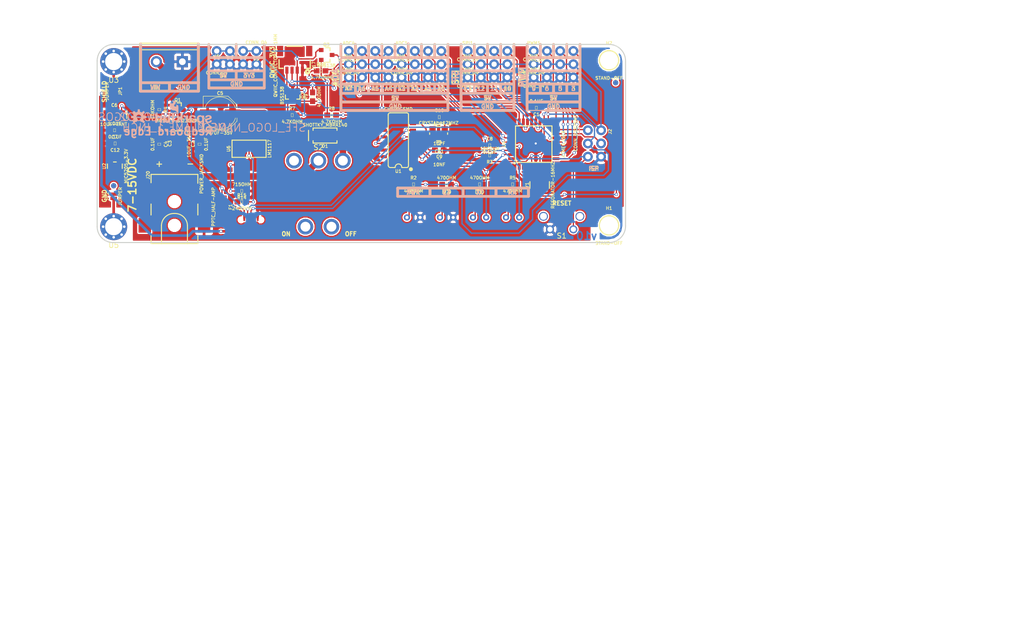
<source format=kicad_pcb>
(kicad_pcb (version 4) (host pcbnew 4.0.6)
  (title_block (title "RedBoard Edge") (comment 1 https://creativecommons.org/licenses/by-sa/4.0/) (comment 2 "Released under the Creative Commons Attribution Share-Alike 4.0 License"))
  (layers (0 F.Cu signal) (31 B.Cu signal) (34 B.Paste user) (35 F.Paste user) (36 B.SilkS user) (37 F.SilkS user) (38 B.Mask user) (39 F.Mask user) (44 Edge.Cuts user))
  (net 0 "")
  (net 1 /AREF)
  (net 2 GND)
  (net 3 5V)
  (net 4 VIN)
  (net 5 3.3V)
  (net 6 /DTR)
  (net 7 /RESET)
  (net 8 "Net-(C10-Pad1)")
  (net 9 "Net-(C11-Pad1)")
  (net 10 "Net-(D1-PadA)")
  (net 11 /RXI)
  (net 12 "Net-(D2-Pad2)")
  (net 13 /TXO)
  (net 14 "Net-(D3-Pad2)")
  (net 15 "Net-(J4-PadD+)")
  (net 16 "Net-(J4-PadD-)")
  (net 17 /USBVCC)
  (net 18 /SCK)
  (net 19 "Net-(U1-Pad10)")
  (net 20 "Net-(U1-Pad11)")
  (net 21 "Net-(U1-Pad12)")
  (net 22 "Net-(U1-Pad14)")
  (net 23 "Net-(U1-Pad15)")
  (net 24 "Net-(U2-Pad4)")
  (net 25 /IO4)
  (net 26 "Net-(U4-Pad7)")
  (net 27 "Net-(U4-Pad8)")
  (net 28 /IO7)
  (net 29 /IO8)
  (net 30 /SS)
  (net 31 /MOSI)
  (net 32 /MISO)
  (net 33 /AD0)
  (net 34 /AD1)
  (net 35 /AD2)
  (net 36 /AD3)
  (net 37 /IO2)
  (net 38 /AD7)
  (net 39 /AD6)
  (net 40 /PWM9)
  (net 41 /PWM6)
  (net 42 /PWM5)
  (net 43 /PWM3)
  (net 44 /SDA)
  (net 45 /SCL)
  (net 46 /HI_SCL)
  (net 47 /HI_SDA)
  (net 48 "Net-(D4-Pad2)")
  (net 49 "Net-(D5-Pad2)")
  (net 50 /usb_shield)
  (net 51 "Net-(JP1-Pad1)")
  (net 52 "Net-(J4-PadID)")
  (net 53 "Net-(J20-PadVIN0)")
  (net 54 "Net-(R14-Pad2)")
  (net 55 "Net-(F1-Pad2)")
  (net 56 "Net-(JP2-Pad1)")
  (net 57 "Net-(C9-Pad2)")
  (net 58 "Net-(S2-Pad1)")
  (module Silicon-Standard:SO16 (layer F.Cu) (at 158.877 97.663 90)
    (fp_text reference U1 (at -5.969 0 180) (layer F.SilkS) (effects (font (size 0.6096 0.6096) (thickness 0.127))))
    (fp_text value CH340GSMD (at 5.969 0 180) (layer F.SilkS) (effects (font (size 0.6096 0.6096) (thickness 0.127))))
    (pad 1 smd rect (at -4.445 2.79908 90) (size 0.59944 1.19888) (layers F.Cu F.Paste F.Mask) (net 2 GND))
    (pad 2 smd rect (at -3.175 2.79908 90) (size 0.59944 1.19888) (layers F.Cu F.Paste F.Mask) (net 11 /RXI))
    (pad 3 smd rect (at -1.905 2.79908 90) (size 0.59944 1.19888) (layers F.Cu F.Paste F.Mask) (net 13 /TXO))
    (pad 4 smd rect (at -0.635 2.79908 90) (size 0.59944 1.19888) (layers F.Cu F.Paste F.Mask) (net 9 "Net-(C11-Pad1)"))
    (pad 5 smd rect (at 0.635 2.79908 90) (size 0.59944 1.19888) (layers F.Cu F.Paste F.Mask) (net 15 "Net-(J4-PadD+)"))
    (pad 6 smd rect (at 1.905 2.79908 90) (size 0.59944 1.19888) (layers F.Cu F.Paste F.Mask) (net 16 "Net-(J4-PadD-)"))
    (pad 7 smd rect (at 3.175 2.79908 90) (size 0.59944 1.19888) (layers F.Cu F.Paste F.Mask) (net 57 "Net-(C9-Pad2)"))
    (pad 8 smd rect (at 4.445 2.79908 90) (size 0.59944 1.19888) (layers F.Cu F.Paste F.Mask) (net 8 "Net-(C10-Pad1)"))
    (pad 9 smd rect (at 4.445 -2.79908 90) (size 0.59944 1.19888) (layers F.Cu F.Paste F.Mask) (net 2 GND))
    (pad 10 smd rect (at 3.175 -2.79908 90) (size 0.59944 1.19888) (layers F.Cu F.Paste F.Mask) (net 19 "Net-(U1-Pad10)"))
    (pad 11 smd rect (at 1.905 -2.79908 90) (size 0.59944 1.19888) (layers F.Cu F.Paste F.Mask) (net 20 "Net-(U1-Pad11)"))
    (pad 12 smd rect (at 0.635 -2.79908 90) (size 0.59944 1.19888) (layers F.Cu F.Paste F.Mask) (net 21 "Net-(U1-Pad12)"))
    (pad 13 smd rect (at -0.635 -2.79908 90) (size 0.59944 1.19888) (layers F.Cu F.Paste F.Mask) (net 6 /DTR))
    (pad 14 smd rect (at -1.905 -2.79908 90) (size 0.59944 1.19888) (layers F.Cu F.Paste F.Mask) (net 22 "Net-(U1-Pad14)"))
    (pad 15 smd rect (at -3.175 -2.79908 90) (size 0.59944 1.19888) (layers F.Cu F.Paste F.Mask) (net 23 "Net-(U1-Pad15)"))
    (pad 16 smd rect (at -4.445 -2.79908 90) (size 0.59944 1.19888) (layers F.Cu F.Paste F.Mask) (net 5 3.3V))
  )
  (module Connectors:USB-B-MICRO-SMD (layer F.Cu) (at 130.5433 115.189 90)
    (fp_text reference J4)
    (fp_text value USB_MICRO-B)
    (pad D+ smd rect (at 2.72288 0 180) (size 0.39878 1.4478) (layers F.Cu F.Paste F.Mask) (net 15 "Net-(J4-PadD+)"))
    (pad D- smd rect (at 2.72288 -0.6477 180) (size 0.39878 1.4478) (layers F.Cu F.Paste F.Mask) (net 16 "Net-(J4-PadD-)"))
    (pad GND smd rect (at 2.72288 1.29794 180) (size 0.39878 1.4478) (layers F.Cu F.Paste F.Mask) (net 2 GND))
    (pad ID smd rect (at 2.72288 0.6477 180) (size 0.39878 1.4478) (layers F.Cu F.Paste F.Mask) (net 52 "Net-(J4-PadID)"))
    (pad SHIE smd rect (at 0 -3.683 180) (size 1.79832 1.4986) (layers F.Cu F.Paste F.Mask) (net 50 /usb_shield))
    (pad SHIE smd rect (at 0 3.683 180) (size 1.79832 1.4986) (layers F.Cu F.Paste F.Mask) (net 50 /usb_shield))
    (pad SHIE smd rect (at 0 0 180) (size 2.49936 1.4986) (layers F.Cu F.Paste F.Mask) (net 50 /usb_shield))
    (pad VBUS smd rect (at 2.72288 -1.29794 180) (size 0.39878 1.4478) (layers F.Cu F.Paste F.Mask) (net 55 "Net-(F1-Pad2)"))
    (pad "" np_thru_hole circle (at 2.19964 -1.89992 90) (size 0.84836 0.84836) (drill 0.84836) (layers *.Cu *.Mask))
    (pad "" np_thru_hole circle (at 2.19964 1.89992 90) (size 0.84836 0.84836) (drill 0.84836) (layers *.Cu *.Mask))
  )
  (module Connectors:SCREWTERMINAL-5MM-2 (layer F.Cu) (at 117.348 82.5754 180)
    (fp_text reference J1)
    (fp_text value CONN_025MM)
    (pad 1 thru_hole rect (at 0 0 180) (size 2.15 2.15) (drill 1.29794) (layers *.Cu *.Mask) (net 2 GND))
    (pad 2 thru_hole circle (at 4.99872 0 180) (size 2.15 2.15) (drill 1.29794) (layers *.Cu *.Mask) (net 4 VIN))
  )
  (module Connectors:2X3-NS (layer F.Cu) (at 196.596 98.298 270)
    (fp_text reference J2 (at -2.286 -2.9718 270) (layer F.SilkS) (effects (font (size 0.6096 0.6096) (thickness 0.127))))
    (fp_text value CONN_03X2SMT (at -1.9812 3.62966 270) (layer F.SilkS) (effects (font (size 0.6096 0.6096) (thickness 0.127))))
    (pad 1 thru_hole circle (at -2.54 1.27 270) (size 1.8796 1.8796) (drill 1.016) (layers *.Cu *.Mask) (net 32 /MISO))
    (pad 2 thru_hole circle (at -2.54 -1.27 270) (size 1.8796 1.8796) (drill 1.016) (layers *.Cu *.Mask) (net 3 5V))
    (pad 3 thru_hole circle (at 0 1.27 270) (size 1.8796 1.8796) (drill 1.016) (layers *.Cu *.Mask) (net 18 /SCK))
    (pad 4 thru_hole circle (at 0 -1.27 270) (size 1.8796 1.8796) (drill 1.016) (layers *.Cu *.Mask) (net 31 /MOSI))
    (pad 5 thru_hole circle (at 2.54 1.27 270) (size 1.8796 1.8796) (drill 1.016) (layers *.Cu *.Mask) (net 7 /RESET))
    (pad 6 thru_hole circle (at 2.54 -1.27 270) (size 1.8796 1.8796) (drill 1.016) (layers *.Cu *.Mask) (net 2 GND))
  )
  (module Capacitors:0603 (layer F.Cu) (at 185.42 91.44 180)
    (fp_text reference C1 (at 0 -1.27 180) (layer F.SilkS) (effects (font (size 0.6096 0.6096) (thickness 0.127))))
    (fp_text value 0.1UF (at 0 1.27 180) (layer F.SilkS) (effects (font (size 0.6096 0.6096) (thickness 0.127))))
    (pad 1 smd rect (at -0.84836 0 180) (size 1.09982 0.99822) (layers F.Cu F.Paste F.Mask) (net 1 /AREF))
    (pad 2 smd rect (at 0.84836 0 180) (size 1.09982 0.99822) (layers F.Cu F.Paste F.Mask) (net 2 GND))
  )
  (module Capacitors:0603 (layer F.Cu) (at 120.65 98.425 90)
    (fp_text reference C2 (at 0 -1.27 90) (layer F.SilkS) (effects (font (size 0.6096 0.6096) (thickness 0.127))))
    (fp_text value 0.1UF (at 0 1.27 90) (layer F.SilkS) (effects (font (size 0.6096 0.6096) (thickness 0.127))))
    (pad 1 smd rect (at -0.84836 0 90) (size 1.09982 0.99822) (layers F.Cu F.Paste F.Mask) (net 2 GND))
    (pad 2 smd rect (at 0.84836 0 90) (size 1.09982 0.99822) (layers F.Cu F.Paste F.Mask) (net 3 5V))
  )
  (module Capacitors:EIA3216 (layer F.Cu) (at 116.713 98.29546 90)
    (fp_text reference C3 (at 0 -1.778 90) (layer F.SilkS) (effects (font (size 0.6096 0.6096) (thickness 0.127))))
    (fp_text value 10UF-TANT (at -0.127 1.905 90) (layer F.SilkS) (effects (font (size 0.6096 0.6096) (thickness 0.127))))
    (pad + smd rect (at 1.39954 0 180) (size 1.59766 1.39954) (layers F.Cu F.Paste F.Mask) (net 3 5V))
    (pad - smd rect (at -1.39954 0 180) (size 1.59766 1.39954) (layers F.Cu F.Paste F.Mask) (net 2 GND))
  )
  (module Capacitors:0603 (layer F.Cu) (at 112.903 98.425 270)
    (fp_text reference C4 (at 0 -1.27 270) (layer F.SilkS) (effects (font (size 0.6096 0.6096) (thickness 0.127))))
    (fp_text value 0.1UF (at 0 1.27 270) (layer F.SilkS) (effects (font (size 0.6096 0.6096) (thickness 0.127))))
    (pad 1 smd rect (at -0.84836 0 270) (size 1.09982 0.99822) (layers F.Cu F.Paste F.Mask) (net 3 5V))
    (pad 2 smd rect (at 0.84836 0 270) (size 1.09982 0.99822) (layers F.Cu F.Paste F.Mask) (net 2 GND))
  )
  (module Capacitors:EIA3216 (layer F.Cu) (at 104.26446 92.71)
    (fp_text reference C6 (at 0 -1.778) (layer F.SilkS) (effects (font (size 0.6096 0.6096) (thickness 0.127))))
    (fp_text value 10UF-TANT (at -0.127 1.905) (layer F.SilkS) (effects (font (size 0.6096 0.6096) (thickness 0.127))))
    (pad + smd rect (at 1.39954 0 90) (size 1.59766 1.39954) (layers F.Cu F.Paste F.Mask) (net 5 3.3V))
    (pad - smd rect (at -1.39954 0 90) (size 1.59766 1.39954) (layers F.Cu F.Paste F.Mask) (net 2 GND))
  )
  (module Capacitors:0603 (layer F.Cu) (at 104.30764 95.758 180)
    (fp_text reference C7 (at 0 -1.27 180) (layer F.SilkS) (effects (font (size 0.6096 0.6096) (thickness 0.127))))
    (fp_text value 1.0UF (at 0 1.27 180) (layer F.SilkS) (effects (font (size 0.6096 0.6096) (thickness 0.127))))
    (pad 1 smd rect (at -0.84836 0 180) (size 1.09982 0.99822) (layers F.Cu F.Paste F.Mask) (net 5 3.3V))
    (pad 2 smd rect (at 0.84836 0 180) (size 1.09982 0.99822) (layers F.Cu F.Paste F.Mask) (net 2 GND))
  )
  (module Capacitors:0603 (layer F.Cu) (at 176.44364 98.679)
    (fp_text reference C8 (at 0 -1.27) (layer F.SilkS) (effects (font (size 0.6096 0.6096) (thickness 0.127))))
    (fp_text value 0.1UF (at 0 1.27) (layer F.SilkS) (effects (font (size 0.6096 0.6096) (thickness 0.127))))
    (pad 1 smd rect (at -0.84836 0) (size 1.09982 0.99822) (layers F.Cu F.Paste F.Mask) (net 6 /DTR))
    (pad 2 smd rect (at 0.84836 0) (size 1.09982 0.99822) (layers F.Cu F.Paste F.Mask) (net 7 /RESET))
  )
  (module Capacitors:0603 (layer F.Cu) (at 166.751 99.568 180)
    (fp_text reference C9 (at 0 -1.27 180) (layer F.SilkS) (effects (font (size 0.6096 0.6096) (thickness 0.127))))
    (fp_text value 10PF (at 0 1.27 180) (layer F.SilkS) (effects (font (size 0.6096 0.6096) (thickness 0.127))))
    (pad 1 smd rect (at -0.84836 0 180) (size 1.09982 0.99822) (layers F.Cu F.Paste F.Mask) (net 2 GND))
    (pad 2 smd rect (at 0.84836 0 180) (size 1.09982 0.99822) (layers F.Cu F.Paste F.Mask) (net 57 "Net-(C9-Pad2)"))
  )
  (module Capacitors:0603 (layer F.Cu) (at 166.751 93.218)
    (fp_text reference C10 (at 0 -1.27) (layer F.SilkS) (effects (font (size 0.6096 0.6096) (thickness 0.127))))
    (fp_text value 10PF (at 0 1.27) (layer F.SilkS) (effects (font (size 0.6096 0.6096) (thickness 0.127))))
    (pad 1 smd rect (at -0.84836 0) (size 1.09982 0.99822) (layers F.Cu F.Paste F.Mask) (net 8 "Net-(C10-Pad1)"))
    (pad 2 smd rect (at 0.84836 0) (size 1.09982 0.99822) (layers F.Cu F.Paste F.Mask) (net 2 GND))
  )
  (module Capacitors:0603 (layer F.Cu) (at 166.751 101.092)
    (fp_text reference C11 (at 0 -1.27) (layer F.SilkS) (effects (font (size 0.6096 0.6096) (thickness 0.127))))
    (fp_text value 10NF (at 0 1.27) (layer F.SilkS) (effects (font (size 0.6096 0.6096) (thickness 0.127))))
    (pad 1 smd rect (at -0.84836 0) (size 1.09982 0.99822) (layers F.Cu F.Paste F.Mask) (net 9 "Net-(C11-Pad1)"))
    (pad 2 smd rect (at 0.84836 0) (size 1.09982 0.99822) (layers F.Cu F.Paste F.Mask) (net 2 GND))
  )
  (module Capacitors:0603 (layer F.Cu) (at 104.406 98.298 180)
    (fp_text reference C12 (at 0 -1.27 180) (layer F.SilkS) (effects (font (size 0.6096 0.6096) (thickness 0.127))))
    (fp_text value 0.1UF (at 0 1.27 180) (layer F.SilkS) (effects (font (size 0.6096 0.6096) (thickness 0.127))))
    (pad 1 smd rect (at -0.84836 0 180) (size 1.09982 0.99822) (layers F.Cu F.Paste F.Mask) (net 5 3.3V))
    (pad 2 smd rect (at 0.84836 0 180) (size 1.09982 0.99822) (layers F.Cu F.Paste F.Mask) (net 2 GND))
  )
  (module Silicon-Standard:SMA-DIODE (layer F.Cu) (at 144.78 96.774 180)
    (fp_text reference D1 (at 0 -2.032 180) (layer F.SilkS) (effects (font (size 0.6096 0.6096) (thickness 0.127))))
    (fp_text value SHOTTKY_MBRA140 (at 0 2.032 180) (layer F.SilkS) (effects (font (size 0.6096 0.6096) (thickness 0.127))))
    (pad A smd rect (at -2.14884 0) (size 1.27 1.46812) (layers F.Cu F.Paste F.Mask) (net 10 "Net-(D1-PadA)"))
    (pad C smd rect (at 2.14884 0 180) (size 1.27 1.46812) (layers F.Cu F.Paste F.Mask) (net 4 VIN))
  )
  (module LED:LED_550_T1-.75_RT_ANG_PCB (layer F.Cu) (at 180.848 112.522)
    (fp_text reference D2 (at 0 -5.08) (layer F.SilkS))
    (fp_text value LED-YELLOW)
    (pad 1 thru_hole circle (at 1.27 0) (size 1.2 1.2) (drill 0.6) (layers *.Cu *.Mask) (net 11 /RXI))
    (pad 2 thru_hole circle (at -1.27 0) (size 1.2 1.2) (drill 0.6) (layers *.Cu *.Mask) (net 12 "Net-(D2-Pad2)"))
  )
  (module LED:LED_550_T1-.75_RT_ANG_PCB (layer F.Cu) (at 174.498 112.522)
    (fp_text reference D3 (at 0 -5.08) (layer F.SilkS))
    (fp_text value LED-GREEN)
    (pad 1 thru_hole circle (at 1.27 0) (size 1.2 1.2) (drill 0.6) (layers *.Cu *.Mask) (net 13 /TXO))
    (pad 2 thru_hole circle (at -1.27 0) (size 1.2 1.2) (drill 0.6) (layers *.Cu *.Mask) (net 14 "Net-(D3-Pad2)"))
  )
  (module LED:LED_550_T1-.75_RT_ANG_PCB (layer F.Cu) (at 161.798 112.522)
    (fp_text reference D4 (at 0 -5.08) (layer F.SilkS))
    (fp_text value LED-RED)
    (pad 1 thru_hole circle (at 1.27 0) (size 1.2 1.2) (drill 0.6) (layers *.Cu *.Mask) (net 2 GND))
    (pad 2 thru_hole circle (at -1.27 0) (size 1.2 1.2) (drill 0.6) (layers *.Cu *.Mask) (net 48 "Net-(D4-Pad2)"))
  )
  (module LED:LED_550_T1-.75_RT_ANG_PCB (layer F.Cu) (at 168.148 112.522)
    (fp_text reference D5 (at 0 -5.08) (layer F.SilkS))
    (fp_text value LED-BLUE)
    (pad 1 thru_hole circle (at 1.27 0) (size 1.2 1.2) (drill 0.6) (layers *.Cu *.Mask) (net 2 GND))
    (pad 2 thru_hole circle (at -1.27 0) (size 1.2 1.2) (drill 0.6) (layers *.Cu *.Mask) (net 49 "Net-(D5-Pad2)"))
  )
  (module Fuses:1206 (layer F.Cu) (at 124.968 110.49 270)
    (fp_text reference F1 (at 0 -1.651 270) (layer F.SilkS) (effects (font (size 0.6096 0.6096) (thickness 0.127))))
    (fp_text value PPTC_HALF-AMP (at 0 1.651 270) (layer F.SilkS) (effects (font (size 0.6096 0.6096) (thickness 0.127))))
    (pad 1 smd rect (at -1.39954 0 270) (size 1.59766 1.79832) (layers F.Cu F.Paste F.Mask) (net 17 /USBVCC))
    (pad 2 smd rect (at 1.39954 0 270) (size 1.59766 1.79832) (layers F.Cu F.Paste F.Mask) (net 55 "Net-(F1-Pad2)"))
  )
  (module Jumpers:SMT-JUMPER_2_NO_NO-SILK (layer F.Cu) (at 104.14 88.2396 270)
    (fp_text reference JP1 (at 0 -1.27 270) (layer F.SilkS) (effects (font (size 0.6096 0.6096) (thickness 0.127))))
    (fp_text value JUMPER (at 0 1.27 270) (layer F.SilkS) (effects (font (size 0.6096 0.6096) (thickness 0.127))))
    (pad 1 smd rect (at -0.4064 0 270) (size 0.635 1.27) (layers F.Cu F.Mask) (net 51 "Net-(JP1-Pad1)"))
    (pad 2 smd rect (at 0.4064 0 270) (size 0.635 1.27) (layers F.Cu F.Mask) (net 50 /usb_shield))
  )
  (module Jumpers:SMT-JUMPER_2_NO_NO-SILK (layer F.Cu) (at 104.14 108.458 90)
    (fp_text reference JP2 (at 0 -1.27 90) (layer F.SilkS) (effects (font (size 0.6096 0.6096) (thickness 0.127))))
    (fp_text value JUMPER (at 0 1.27 90) (layer F.SilkS) (effects (font (size 0.6096 0.6096) (thickness 0.127))))
    (pad 1 smd rect (at -0.4064 0 90) (size 0.635 1.27) (layers F.Cu F.Mask) (net 56 "Net-(JP2-Pad1)"))
    (pad 2 smd rect (at 0.4064 0 90) (size 0.635 1.27) (layers F.Cu F.Mask) (net 2 GND))
  )
  (module Silicon-Standard:SOT23-3 (layer F.Cu) (at 116.44122 91.88196 270)
    (fp_text reference Q1 (at -1.9558 0 360) (layer F.SilkS) (effects (font (size 0.6096 0.6096) (thickness 0.127))))
    (fp_text value MOSFET-SI2309DS (at 2.032 0 360) (layer F.SilkS) (effects (font (size 0.6096 0.6096) (thickness 0.127))))
    (pad 1 smd rect (at -0.94996 0.99822 270) (size 0.79756 0.89916) (layers F.Cu F.Paste F.Mask) (net 2 GND))
    (pad 2 smd rect (at 0.94996 0.99822 270) (size 0.79756 0.89916) (layers F.Cu F.Paste F.Mask) (net 3 5V))
    (pad 3 smd rect (at 0 -1.09982 270) (size 0.79756 0.89916) (layers F.Cu F.Paste F.Mask) (net 17 /USBVCC))
  )
  (module Silicon-Standard:SOT23-3 (layer F.Cu) (at 138.557 89.07272 180)
    (fp_text reference Q2 (at -1.9558 0 270) (layer F.SilkS) (effects (font (size 0.6096 0.6096) (thickness 0.127))))
    (fp_text value BSS138 (at 2.032 0 270) (layer F.SilkS) (effects (font (size 0.6096 0.6096) (thickness 0.127))))
    (pad 1 smd rect (at -0.94996 0.99822 180) (size 0.79756 0.89916) (layers F.Cu F.Paste F.Mask) (net 5 3.3V))
    (pad 2 smd rect (at 0.94996 0.99822 180) (size 0.79756 0.89916) (layers F.Cu F.Paste F.Mask) (net 45 /SCL))
    (pad 3 smd rect (at 0 -1.09982 180) (size 0.79756 0.89916) (layers F.Cu F.Paste F.Mask) (net 46 /HI_SCL))
  )
  (module Resistors:0603 (layer F.Cu) (at 168.148 106.172 180)
    (fp_text reference R1 (at 0 -1.27 180) (layer F.SilkS) (effects (font (size 0.6096 0.6096) (thickness 0.127))))
    (fp_text value 470OHM (at 0 1.27 180) (layer F.SilkS) (effects (font (size 0.6096 0.6096) (thickness 0.127))))
    (pad 1 smd rect (at -0.84836 0 180) (size 1.09982 0.99822) (layers F.Cu F.Paste F.Mask) (net 18 /SCK))
    (pad 2 smd rect (at 0.84836 0 180) (size 1.09982 0.99822) (layers F.Cu F.Paste F.Mask) (net 49 "Net-(D5-Pad2)"))
  )
  (module Resistors:0603 (layer F.Cu) (at 161.798 106.172)
    (fp_text reference R2 (at 0 -1.27) (layer F.SilkS) (effects (font (size 0.6096 0.6096) (thickness 0.127))))
    (fp_text value 470OHM (at 0 1.27) (layer F.SilkS) (effects (font (size 0.6096 0.6096) (thickness 0.127))))
    (pad 1 smd rect (at -0.84836 0) (size 1.09982 0.99822) (layers F.Cu F.Paste F.Mask) (net 48 "Net-(D4-Pad2)"))
    (pad 2 smd rect (at 0.84836 0) (size 1.09982 0.99822) (layers F.Cu F.Paste F.Mask) (net 3 5V))
  )
  (module Resistors:0603 (layer F.Cu) (at 176.44364 100.584 180)
    (fp_text reference R3 (at 0 -1.27 180) (layer F.SilkS) (effects (font (size 0.6096 0.6096) (thickness 0.127))))
    (fp_text value 10KOHM (at 0 1.27 180) (layer F.SilkS) (effects (font (size 0.6096 0.6096) (thickness 0.127))))
    (pad 1 smd rect (at -0.84836 0 180) (size 1.09982 0.99822) (layers F.Cu F.Paste F.Mask) (net 7 /RESET))
    (pad 2 smd rect (at 0.84836 0 180) (size 1.09982 0.99822) (layers F.Cu F.Paste F.Mask) (net 3 5V))
  )
  (module Resistors:0603 (layer F.Cu) (at 112.903 91.78036 270)
    (fp_text reference R4 (at 0 -1.27 270) (layer F.SilkS) (effects (font (size 0.6096 0.6096) (thickness 0.127))))
    (fp_text value 10KOHM (at 0 1.27 270) (layer F.SilkS) (effects (font (size 0.6096 0.6096) (thickness 0.127))))
    (pad 1 smd rect (at -0.84836 0 270) (size 1.09982 0.99822) (layers F.Cu F.Paste F.Mask) (net 2 GND))
    (pad 2 smd rect (at 0.84836 0 270) (size 1.09982 0.99822) (layers F.Cu F.Paste F.Mask) (net 3 5V))
  )
  (module Resistors:0603 (layer F.Cu) (at 180.848 106.172)
    (fp_text reference R5 (at 0 -1.27) (layer F.SilkS) (effects (font (size 0.6096 0.6096) (thickness 0.127))))
    (fp_text value 470OHM (at 0 1.27) (layer F.SilkS) (effects (font (size 0.6096 0.6096) (thickness 0.127))))
    (pad 1 smd rect (at -0.84836 0) (size 1.09982 0.99822) (layers F.Cu F.Paste F.Mask) (net 12 "Net-(D2-Pad2)"))
    (pad 2 smd rect (at 0.84836 0) (size 1.09982 0.99822) (layers F.Cu F.Paste F.Mask) (net 5 3.3V))
  )
  (module Resistors:0603 (layer F.Cu) (at 174.498 106.172 180)
    (fp_text reference R6 (at 0 -1.27 180) (layer F.SilkS) (effects (font (size 0.6096 0.6096) (thickness 0.127))))
    (fp_text value 470OHM (at 0 1.27 180) (layer F.SilkS) (effects (font (size 0.6096 0.6096) (thickness 0.127))))
    (pad 1 smd rect (at -0.84836 0 180) (size 1.09982 0.99822) (layers F.Cu F.Paste F.Mask) (net 5 3.3V))
    (pad 2 smd rect (at 0.84836 0 180) (size 1.09982 0.99822) (layers F.Cu F.Paste F.Mask) (net 14 "Net-(D3-Pad2)"))
  )
  (module Resistors:0603 (layer F.Cu) (at 138.4554 92.837)
    (fp_text reference R7 (at 0 -1.27) (layer F.SilkS) (effects (font (size 0.6096 0.6096) (thickness 0.127))))
    (fp_text value 4.7KOHM (at 0 1.27) (layer F.SilkS) (effects (font (size 0.6096 0.6096) (thickness 0.127))))
    (pad 1 smd rect (at -0.84836 0) (size 1.09982 0.99822) (layers F.Cu F.Paste F.Mask) (net 45 /SCL))
    (pad 2 smd rect (at 0.84836 0) (size 1.09982 0.99822) (layers F.Cu F.Paste F.Mask) (net 5 3.3V))
  )
  (module Resistors:0603 (layer F.Cu) (at 142.3924 89.32164 90)
    (fp_text reference R9 (at 0 -1.27 90) (layer F.SilkS) (effects (font (size 0.6096 0.6096) (thickness 0.127))))
    (fp_text value 4.7KOHM (at 0 1.27 90) (layer F.SilkS) (effects (font (size 0.6096 0.6096) (thickness 0.127))))
    (pad 1 smd rect (at -0.84836 0 90) (size 1.09982 0.99822) (layers F.Cu F.Paste F.Mask) (net 46 /HI_SCL))
    (pad 2 smd rect (at 0.84836 0 90) (size 1.09982 0.99822) (layers F.Cu F.Paste F.Mask) (net 3 5V))
  )
  (module Resistors:0603 (layer F.Cu) (at 128.778 107.442 180)
    (fp_text reference R14 (at 0 -1.27 180) (layer F.SilkS) (effects (font (size 0.6096 0.6096) (thickness 0.127))))
    (fp_text value 715OHM (at 0 1.27 180) (layer F.SilkS) (effects (font (size 0.6096 0.6096) (thickness 0.127))))
    (pad 1 smd rect (at -0.84836 0 180) (size 1.09982 0.99822) (layers F.Cu F.Paste F.Mask) (net 2 GND))
    (pad 2 smd rect (at 0.84836 0 180) (size 1.09982 0.99822) (layers F.Cu F.Paste F.Mask) (net 54 "Net-(R14-Pad2)"))
  )
  (module Resistors:0603 (layer F.Cu) (at 128.778 109.5248)
    (fp_text reference R15 (at 0 -1.27) (layer F.SilkS) (effects (font (size 0.6096 0.6096) (thickness 0.127))))
    (fp_text value 240OHM (at 0 1.27) (layer F.SilkS) (effects (font (size 0.6096 0.6096) (thickness 0.127))))
    (pad 1 smd rect (at -0.84836 0) (size 1.09982 0.99822) (layers F.Cu F.Paste F.Mask) (net 54 "Net-(R14-Pad2)"))
    (pad 2 smd rect (at 0.84836 0) (size 1.09982 0.99822) (layers F.Cu F.Paste F.Mask) (net 3 5V))
  )
  (module Silicon-Standard:SOT23-5 (layer F.Cu) (at 104.3686 102.6668)
    (fp_text reference U2 (at -2.032 0 90) (layer F.SilkS) (effects (font (size 0.6096 0.6096) (thickness 0.127))))
    (fp_text value MIC5205-3.3V (at 2.159 0 90) (layer F.SilkS) (effects (font (size 0.6096 0.6096) (thickness 0.127))))
    (pad 1 smd rect (at -0.94996 1.29794) (size 0.54864 1.19888) (layers F.Cu F.Paste F.Mask) (net 3 5V))
    (pad 2 smd rect (at 0 1.29794) (size 0.54864 1.19888) (layers F.Cu F.Paste F.Mask) (net 2 GND))
    (pad 3 smd rect (at 0.94996 1.29794) (size 0.54864 1.19888) (layers F.Cu F.Paste F.Mask) (net 3 5V))
    (pad 4 smd rect (at 0.94996 -1.29794) (size 0.54864 1.19888) (layers F.Cu F.Paste F.Mask) (net 24 "Net-(U2-Pad4)"))
    (pad 5 smd rect (at -0.94996 -1.29794) (size 0.54864 1.19888) (layers F.Cu F.Paste F.Mask) (net 5 3.3V))
  )
  (module Hardware:STANDOFF_GROUNDING (layer F.Cu) (at 104.14 82.55)
    (fp_text reference U3 (at 0 3.556) (layer F.SilkS))
    (fp_text value Standoff_Grounding)
    (pad 1 thru_hole circle (at 0 0) (size 5.2 5.2) (drill 3.302) (layers *.Cu *.Mask) (net 51 "Net-(JP1-Pad1)"))
    (pad 1 thru_hole circle (at 2.032 0) (size 0.5 0.5) (drill 0.5) (layers *.Cu *.Mask) (net 51 "Net-(JP1-Pad1)"))
    (pad 1 thru_hole circle (at -2.032 0) (size 0.5 0.5) (drill 0.5) (layers *.Cu *.Mask) (net 51 "Net-(JP1-Pad1)"))
    (pad 1 thru_hole circle (at 0 -2.032) (size 0.5 0.5) (drill 0.5) (layers *.Cu *.Mask) (net 51 "Net-(JP1-Pad1)"))
    (pad 1 thru_hole circle (at 0 2.032) (size 0.5 0.5) (drill 0.5) (layers *.Cu *.Mask) (net 51 "Net-(JP1-Pad1)"))
    (pad 1 thru_hole circle (at 1.524 1.524) (size 0.5 0.5) (drill 0.5) (layers *.Cu *.Mask) (net 51 "Net-(JP1-Pad1)"))
    (pad 1 thru_hole circle (at 1.524 -1.524) (size 0.5 0.5) (drill 0.5) (layers *.Cu *.Mask) (net 51 "Net-(JP1-Pad1)"))
    (pad 1 thru_hole circle (at -1.524 -1.524) (size 0.5 0.5) (drill 0.5) (layers *.Cu *.Mask) (net 51 "Net-(JP1-Pad1)"))
    (pad 1 thru_hole circle (at -1.524 1.524) (size 0.5 0.5) (drill 0.5) (layers *.Cu *.Mask) (net 51 "Net-(JP1-Pad1)"))
  )
  (module Silicon-Standard:TQFP32-08 (layer F.Cu) (at 184.912 98.425 90)
    (fp_text reference U4 (at 0 -5.715 90) (layer F.SilkS) (effects (font (size 0.6096 0.6096) (thickness 0.127))))
    (fp_text value ATMEGA328 (at 0 5.715 90) (layer F.SilkS) (effects (font (size 0.6096 0.6096) (thickness 0.127))))
    (pad 1 smd rect (at -4.2926 -2.79908 90) (size 1.27 0.5588) (layers F.Cu F.Paste F.Mask) (net 43 /PWM3))
    (pad 2 smd rect (at -4.2926 -1.99898 90) (size 1.27 0.5588) (layers F.Cu F.Paste F.Mask) (net 25 /IO4))
    (pad 3 smd rect (at -4.2926 -1.19888 90) (size 1.27 0.5588) (layers F.Cu F.Paste F.Mask) (net 2 GND))
    (pad 4 smd rect (at -4.2926 -0.39878 90) (size 1.27 0.5588) (layers F.Cu F.Paste F.Mask) (net 3 5V))
    (pad 5 smd rect (at -4.2926 0.39878 90) (size 1.27 0.5588) (layers F.Cu F.Paste F.Mask) (net 2 GND))
    (pad 6 smd rect (at -4.2926 1.19888 90) (size 1.27 0.5588) (layers F.Cu F.Paste F.Mask) (net 3 5V))
    (pad 7 smd rect (at -4.2926 1.99898 90) (size 1.27 0.5588) (layers F.Cu F.Paste F.Mask) (net 26 "Net-(U4-Pad7)"))
    (pad 8 smd rect (at -4.2926 2.79908 90) (size 1.27 0.5588) (layers F.Cu F.Paste F.Mask) (net 27 "Net-(U4-Pad8)"))
    (pad 9 smd rect (at -2.79908 4.2926 90) (size 0.5588 1.27) (layers F.Cu F.Paste F.Mask) (net 42 /PWM5))
    (pad 10 smd rect (at -1.99898 4.2926 90) (size 0.5588 1.27) (layers F.Cu F.Paste F.Mask) (net 41 /PWM6))
    (pad 11 smd rect (at -1.19888 4.2926 90) (size 0.5588 1.27) (layers F.Cu F.Paste F.Mask) (net 28 /IO7))
    (pad 12 smd rect (at -0.39878 4.2926 90) (size 0.5588 1.27) (layers F.Cu F.Paste F.Mask) (net 29 /IO8))
    (pad 13 smd rect (at 0.39878 4.2926 90) (size 0.5588 1.27) (layers F.Cu F.Paste F.Mask) (net 40 /PWM9))
    (pad 14 smd rect (at 1.19888 4.2926 90) (size 0.5588 1.27) (layers F.Cu F.Paste F.Mask) (net 30 /SS))
    (pad 15 smd rect (at 1.99898 4.2926 90) (size 0.5588 1.27) (layers F.Cu F.Paste F.Mask) (net 31 /MOSI))
    (pad 16 smd rect (at 2.79908 4.2926 90) (size 0.5588 1.27) (layers F.Cu F.Paste F.Mask) (net 32 /MISO))
    (pad 17 smd rect (at 4.2926 2.79908 90) (size 1.27 0.5588) (layers F.Cu F.Paste F.Mask) (net 18 /SCK))
    (pad 18 smd rect (at 4.2926 1.99898 90) (size 1.27 0.5588) (layers F.Cu F.Paste F.Mask) (net 3 5V))
    (pad 19 smd rect (at 4.2926 1.19888 90) (size 1.27 0.5588) (layers F.Cu F.Paste F.Mask) (net 39 /AD6))
    (pad 20 smd rect (at 4.2926 0.39878 90) (size 1.27 0.5588) (layers F.Cu F.Paste F.Mask) (net 1 /AREF))
    (pad 21 smd rect (at 4.2926 -0.39878 90) (size 1.27 0.5588) (layers F.Cu F.Paste F.Mask) (net 2 GND))
    (pad 22 smd rect (at 4.2926 -1.19888 90) (size 1.27 0.5588) (layers F.Cu F.Paste F.Mask) (net 38 /AD7))
    (pad 23 smd rect (at 4.2926 -1.99898 90) (size 1.27 0.5588) (layers F.Cu F.Paste F.Mask) (net 33 /AD0))
    (pad 24 smd rect (at 4.2926 -2.79908 90) (size 1.27 0.5588) (layers F.Cu F.Paste F.Mask) (net 34 /AD1))
    (pad 25 smd rect (at 2.79908 -4.2926 90) (size 0.5588 1.27) (layers F.Cu F.Paste F.Mask) (net 35 /AD2))
    (pad 26 smd rect (at 1.99898 -4.2926 90) (size 0.5588 1.27) (layers F.Cu F.Paste F.Mask) (net 36 /AD3))
    (pad 27 smd rect (at 1.19888 -4.2926 90) (size 0.5588 1.27) (layers F.Cu F.Paste F.Mask) (net 47 /HI_SDA))
    (pad 28 smd rect (at 0.39878 -4.2926 90) (size 0.5588 1.27) (layers F.Cu F.Paste F.Mask) (net 46 /HI_SCL))
    (pad 29 smd rect (at -0.39878 -4.2926 90) (size 0.5588 1.27) (layers F.Cu F.Paste F.Mask) (net 7 /RESET))
    (pad 30 smd rect (at -1.19888 -4.2926 90) (size 0.5588 1.27) (layers F.Cu F.Paste F.Mask) (net 11 /RXI))
    (pad 31 smd rect (at -1.99898 -4.2926 90) (size 0.5588 1.27) (layers F.Cu F.Paste F.Mask) (net 13 /TXO))
    (pad 32 smd rect (at -2.79908 -4.2926 90) (size 0.5588 1.27) (layers F.Cu F.Paste F.Mask) (net 37 /IO2))
  )
  (module Hardware:STANDOFF_GROUNDING (layer F.Cu) (at 104.14 114.3)
    (fp_text reference U5 (at 0 3.556) (layer F.SilkS))
    (fp_text value Standoff_Grounding)
    (pad 1 thru_hole circle (at 0 0) (size 5.2 5.2) (drill 3.302) (layers *.Cu *.Mask) (net 56 "Net-(JP2-Pad1)"))
    (pad 1 thru_hole circle (at 2.032 0) (size 0.5 0.5) (drill 0.5) (layers *.Cu *.Mask) (net 56 "Net-(JP2-Pad1)"))
    (pad 1 thru_hole circle (at -2.032 0) (size 0.5 0.5) (drill 0.5) (layers *.Cu *.Mask) (net 56 "Net-(JP2-Pad1)"))
    (pad 1 thru_hole circle (at 0 -2.032) (size 0.5 0.5) (drill 0.5) (layers *.Cu *.Mask) (net 56 "Net-(JP2-Pad1)"))
    (pad 1 thru_hole circle (at 0 2.032) (size 0.5 0.5) (drill 0.5) (layers *.Cu *.Mask) (net 56 "Net-(JP2-Pad1)"))
    (pad 1 thru_hole circle (at 1.524 1.524) (size 0.5 0.5) (drill 0.5) (layers *.Cu *.Mask) (net 56 "Net-(JP2-Pad1)"))
    (pad 1 thru_hole circle (at 1.524 -1.524) (size 0.5 0.5) (drill 0.5) (layers *.Cu *.Mask) (net 56 "Net-(JP2-Pad1)"))
    (pad 1 thru_hole circle (at -1.524 -1.524) (size 0.5 0.5) (drill 0.5) (layers *.Cu *.Mask) (net 56 "Net-(JP2-Pad1)"))
    (pad 1 thru_hole circle (at -1.524 1.524) (size 0.5 0.5) (drill 0.5) (layers *.Cu *.Mask) (net 56 "Net-(JP2-Pad1)"))
  )
  (module Clocks:RESONATOR-SMD-3.2X1.3 (layer F.Cu) (at 186.055 106.299)
    (fp_text reference Y1 (at -2.413 0 90) (layer F.SilkS) (effects (font (size 0.6096 0.6096) (thickness 0.127))))
    (fp_text value RESONATOR-16MHZ (at 2.54 0 90) (layer F.SilkS) (effects (font (size 0.6096 0.6096) (thickness 0.127))))
    (fp_line (start -1.19888 0) (end -1.19888 -1.016) (layer F.Cu) (width 0.254))
    (fp_line (start -1.19888 1.016) (end -1.19888 0) (layer F.Cu) (width 0.254))
    (fp_line (start 1.19888 0) (end 1.19888 -1.016) (layer F.Cu) (width 0.254))
    (fp_line (start 1.19888 0) (end 1.19888 1.016) (layer F.Cu) (width 0.254))
    (fp_line (start 0 0) (end 0 -1.016) (layer F.Cu) (width 0.254))
    (fp_line (start 0 0) (end 0 1.016) (layer F.Cu) (width 0.254))
    (pad 1 smd oval (at -1.19888 0) (size 0.44958 1.905) (layers F.Cu F.Paste F.Mask) (net 26 "Net-(U4-Pad7)"))
    (pad 2 smd oval (at 0 0) (size 0.44958 1.905) (layers F.Cu F.Paste F.Mask) (net 2 GND))
    (pad 3 smd oval (at 1.19888 0) (size 0.44958 1.905) (layers F.Cu F.Paste F.Mask) (net 27 "Net-(U4-Pad8)"))
  )
  (module Silicon-Standard:SOT223 (layer F.Cu) (at 130.175 99.315)
    (fp_text reference U6 (at -3.937 0 90) (layer F.SilkS) (effects (font (size 0.6096 0.6096) (thickness 0.127))))
    (fp_text value LM1117 (at 3.937 0 90) (layer F.SilkS) (effects (font (size 0.6096 0.6096) (thickness 0.127))))
    (pad 1 smd rect (at -2.3114 3.0988) (size 1.2192 2.2352) (layers F.Cu F.Paste F.Mask) (net 54 "Net-(R14-Pad2)"))
    (pad 2 smd rect (at 0 3.0988) (size 1.2192 2.2352) (layers F.Cu F.Paste F.Mask) (net 3 5V))
    (pad 3 smd rect (at 2.3114 3.0988) (size 1.2192 2.2352) (layers F.Cu F.Paste F.Mask) (net 4 VIN))
    (pad 4 smd rect (at 0 -3.0988) (size 3.59918 2.19964) (layers F.Cu F.Paste F.Mask) (net 3 5V))
  )
  (module "Switches:SWITCH TACTILE SPST-NO 0.05A 12V" (layer F.Cu) (at 190.282 112.308)
    (fp_text reference S1 (at 0 3.75) (layer F.SilkS))
    (fp_text value MOMENTARY-SWITCH)
    (pad NC thru_hole circle (at 3.5 0) (size 1.7 1.7) (drill 1.3) (layers *.Cu *.Mask))
    (pad 2 thru_hole circle (at 2.25 2.5) (size 1.524 1.524) (drill 1) (layers *.Cu *.Mask) (net 7 /RESET))
    (pad 1 thru_hole circle (at -2.25 2.5) (size 1.524 1.524) (drill 1) (layers *.Cu *.Mask) (net 2 GND))
    (pad NC thru_hole circle (at -3.5 0) (size 1.7 1.7) (drill 1.3) (layers *.Cu *.Mask))
  )
  (module Silicon-Standard:SOT23-3 (layer F.Cu) (at 145.034 81.28 270)
    (fp_text reference Q3 (at -1.9558 0 360) (layer F.SilkS) (effects (font (size 0.6096 0.6096) (thickness 0.127))))
    (fp_text value BSS138 (at 2.032 0 360) (layer F.SilkS) (effects (font (size 0.6096 0.6096) (thickness 0.127))))
    (pad 1 smd rect (at -0.94996 0.99822 270) (size 0.79756 0.89916) (layers F.Cu F.Paste F.Mask) (net 5 3.3V))
    (pad 2 smd rect (at 0.94996 0.99822 270) (size 0.79756 0.89916) (layers F.Cu F.Paste F.Mask) (net 44 /SDA))
    (pad 3 smd rect (at 0 -1.09982 270) (size 0.79756 0.89916) (layers F.Cu F.Paste F.Mask) (net 47 /HI_SDA))
  )
  (module Resistors:0603 (layer F.Cu) (at 146.05 92.837)
    (fp_text reference R8 (at 0 -1.27) (layer F.SilkS) (effects (font (size 0.6096 0.6096) (thickness 0.127))))
    (fp_text value 4.7KOHM (at 0 1.27) (layer F.SilkS) (effects (font (size 0.6096 0.6096) (thickness 0.127))))
    (pad 1 smd rect (at -0.84836 0) (size 1.09982 0.99822) (layers F.Cu F.Paste F.Mask) (net 44 /SDA))
    (pad 2 smd rect (at 0.84836 0) (size 1.09982 0.99822) (layers F.Cu F.Paste F.Mask) (net 5 3.3V))
  )
  (module Resistors:0603 (layer F.Cu) (at 144.018 84.328)
    (fp_text reference R10 (at 0 -1.27) (layer F.SilkS) (effects (font (size 0.6096 0.6096) (thickness 0.127))))
    (fp_text value 4.7KOHM (at 0 1.27) (layer F.SilkS) (effects (font (size 0.6096 0.6096) (thickness 0.127))))
    (pad 1 smd rect (at -0.84836 0) (size 1.09982 0.99822) (layers F.Cu F.Paste F.Mask) (net 47 /HI_SDA))
    (pad 2 smd rect (at 0.84836 0) (size 1.09982 0.99822) (layers F.Cu F.Paste F.Mask) (net 3 5V))
  )
  (module Connectors:1X04_NO_SILK (layer F.Cu) (at 159.512 83.058)
    (fp_text reference 5V1 (at 0 -1.524) (layer F.SilkS) (effects (font (size 0.6096 0.6096) (thickness 0.127))))
    (fp_text value CONN_04 (at 0 1.651) (layer F.SilkS) (effects (font (size 0.6096 0.6096) (thickness 0.127))))
    (pad 1 thru_hole circle (at 0 0) (size 1.8796 1.8796) (drill 1.016) (layers *.Cu *.Mask) (net 3 5V))
    (pad 2 thru_hole circle (at 2.54 0) (size 1.8796 1.8796) (drill 1.016) (layers *.Cu *.Mask) (net 3 5V))
    (pad 3 thru_hole circle (at 5.08 0) (size 1.8796 1.8796) (drill 1.016) (layers *.Cu *.Mask) (net 3 5V))
    (pad 4 thru_hole circle (at 7.62 0) (size 1.8796 1.8796) (drill 1.016) (layers *.Cu *.Mask) (net 3 5V))
  )
  (module Connectors:1X04_NO_SILK (layer F.Cu) (at 184.912 83.058)
    (fp_text reference 5V2 (at 0 -1.524) (layer F.SilkS) (effects (font (size 0.6096 0.6096) (thickness 0.127))))
    (fp_text value CONN_04 (at 0 1.651) (layer F.SilkS) (effects (font (size 0.6096 0.6096) (thickness 0.127))))
    (pad 1 thru_hole circle (at 0 0) (size 1.8796 1.8796) (drill 1.016) (layers *.Cu *.Mask) (net 3 5V))
    (pad 2 thru_hole circle (at 2.54 0) (size 1.8796 1.8796) (drill 1.016) (layers *.Cu *.Mask) (net 3 5V))
    (pad 3 thru_hole circle (at 5.08 0) (size 1.8796 1.8796) (drill 1.016) (layers *.Cu *.Mask) (net 3 5V))
    (pad 4 thru_hole circle (at 7.62 0) (size 1.8796 1.8796) (drill 1.016) (layers *.Cu *.Mask) (net 3 5V))
  )
  (module Connectors:1X04_NO_SILK (layer F.Cu) (at 172.212 83.058)
    (fp_text reference 5V3 (at 0 -1.524) (layer F.SilkS) (effects (font (size 0.6096 0.6096) (thickness 0.127))))
    (fp_text value CONN_04 (at 0 1.651) (layer F.SilkS) (effects (font (size 0.6096 0.6096) (thickness 0.127))))
    (pad 1 thru_hole circle (at 0 0) (size 1.8796 1.8796) (drill 1.016) (layers *.Cu *.Mask) (net 3 5V))
    (pad 2 thru_hole circle (at 2.54 0) (size 1.8796 1.8796) (drill 1.016) (layers *.Cu *.Mask) (net 3 5V))
    (pad 3 thru_hole circle (at 5.08 0) (size 1.8796 1.8796) (drill 1.016) (layers *.Cu *.Mask) (net 3 5V))
    (pad 4 thru_hole circle (at 7.62 0) (size 1.8796 1.8796) (drill 1.016) (layers *.Cu *.Mask) (net 3 5V))
  )
  (module Connectors:1X04_NO_SILK (layer F.Cu) (at 149.352 83.058)
    (fp_text reference 5V4 (at 0 -1.524) (layer F.SilkS) (effects (font (size 0.6096 0.6096) (thickness 0.127))))
    (fp_text value CONN_04 (at 0 1.651) (layer F.SilkS) (effects (font (size 0.6096 0.6096) (thickness 0.127))))
    (pad 1 thru_hole circle (at 0 0) (size 1.8796 1.8796) (drill 1.016) (layers *.Cu *.Mask) (net 3 5V))
    (pad 2 thru_hole circle (at 2.54 0) (size 1.8796 1.8796) (drill 1.016) (layers *.Cu *.Mask) (net 3 5V))
    (pad 3 thru_hole circle (at 5.08 0) (size 1.8796 1.8796) (drill 1.016) (layers *.Cu *.Mask) (net 3 5V))
    (pad 4 thru_hole circle (at 7.62 0) (size 1.8796 1.8796) (drill 1.016) (layers *.Cu *.Mask) (net 3 5V))
  )
  (module Connectors:1X04_NO_SILK (layer F.Cu) (at 159.512 80.518)
    (fp_text reference ADC1 (at 0 -1.524) (layer F.SilkS) (effects (font (size 0.6096 0.6096) (thickness 0.127))))
    (fp_text value CONN_04 (at 0 1.651) (layer F.SilkS) (effects (font (size 0.6096 0.6096) (thickness 0.127))))
    (pad 1 thru_hole circle (at 0 0) (size 1.8796 1.8796) (drill 1.016) (layers *.Cu *.Mask) (net 36 /AD3))
    (pad 2 thru_hole circle (at 2.54 0) (size 1.8796 1.8796) (drill 1.016) (layers *.Cu *.Mask) (net 35 /AD2))
    (pad 3 thru_hole circle (at 5.08 0) (size 1.8796 1.8796) (drill 1.016) (layers *.Cu *.Mask) (net 34 /AD1))
    (pad 4 thru_hole circle (at 7.62 0) (size 1.8796 1.8796) (drill 1.016) (layers *.Cu *.Mask) (net 33 /AD0))
  )
  (module Connectors:1X04_NO_SILK (layer F.Cu) (at 149.352 80.518)
    (fp_text reference ADC4 (at 0 -1.524) (layer F.SilkS) (effects (font (size 0.6096 0.6096) (thickness 0.127))))
    (fp_text value CONN_04 (at 0 1.651) (layer F.SilkS) (effects (font (size 0.6096 0.6096) (thickness 0.127))))
    (pad 1 thru_hole circle (at 0 0) (size 1.8796 1.8796) (drill 1.016) (layers *.Cu *.Mask) (net 38 /AD7))
    (pad 2 thru_hole circle (at 2.54 0) (size 1.8796 1.8796) (drill 1.016) (layers *.Cu *.Mask) (net 39 /AD6))
    (pad 3 thru_hole circle (at 5.08 0) (size 1.8796 1.8796) (drill 1.016) (layers *.Cu *.Mask) (net 46 /HI_SCL))
    (pad 4 thru_hole circle (at 7.62 0) (size 1.8796 1.8796) (drill 1.016) (layers *.Cu *.Mask) (net 47 /HI_SDA))
  )
  (module Connectors:1X04_NO_SILK (layer F.Cu) (at 159.512 85.598)
    (fp_text reference GND1 (at 0 -1.524) (layer F.SilkS) (effects (font (size 0.6096 0.6096) (thickness 0.127))))
    (fp_text value CONN_04 (at 0 1.651) (layer F.SilkS) (effects (font (size 0.6096 0.6096) (thickness 0.127))))
    (pad 1 thru_hole circle (at 0 0) (size 1.8796 1.8796) (drill 1.016) (layers *.Cu *.Mask) (net 2 GND))
    (pad 2 thru_hole circle (at 2.54 0) (size 1.8796 1.8796) (drill 1.016) (layers *.Cu *.Mask) (net 2 GND))
    (pad 3 thru_hole circle (at 5.08 0) (size 1.8796 1.8796) (drill 1.016) (layers *.Cu *.Mask) (net 2 GND))
    (pad 4 thru_hole circle (at 7.62 0) (size 1.8796 1.8796) (drill 1.016) (layers *.Cu *.Mask) (net 2 GND))
  )
  (module Connectors:1X04_NO_SILK (layer F.Cu) (at 184.912 85.598)
    (fp_text reference GND2 (at 0 -1.524) (layer F.SilkS) (effects (font (size 0.6096 0.6096) (thickness 0.127))))
    (fp_text value CONN_04 (at 0 1.651) (layer F.SilkS) (effects (font (size 0.6096 0.6096) (thickness 0.127))))
    (pad 1 thru_hole circle (at 0 0) (size 1.8796 1.8796) (drill 1.016) (layers *.Cu *.Mask) (net 2 GND))
    (pad 2 thru_hole circle (at 2.54 0) (size 1.8796 1.8796) (drill 1.016) (layers *.Cu *.Mask) (net 2 GND))
    (pad 3 thru_hole circle (at 5.08 0) (size 1.8796 1.8796) (drill 1.016) (layers *.Cu *.Mask) (net 2 GND))
    (pad 4 thru_hole circle (at 7.62 0) (size 1.8796 1.8796) (drill 1.016) (layers *.Cu *.Mask) (net 2 GND))
  )
  (module Connectors:1X04_NO_SILK (layer F.Cu) (at 172.212 85.598)
    (fp_text reference GND3 (at 0 -1.524) (layer F.SilkS) (effects (font (size 0.6096 0.6096) (thickness 0.127))))
    (fp_text value CONN_04 (at 0 1.651) (layer F.SilkS) (effects (font (size 0.6096 0.6096) (thickness 0.127))))
    (pad 1 thru_hole circle (at 0 0) (size 1.8796 1.8796) (drill 1.016) (layers *.Cu *.Mask) (net 2 GND))
    (pad 2 thru_hole circle (at 2.54 0) (size 1.8796 1.8796) (drill 1.016) (layers *.Cu *.Mask) (net 2 GND))
    (pad 3 thru_hole circle (at 5.08 0) (size 1.8796 1.8796) (drill 1.016) (layers *.Cu *.Mask) (net 2 GND))
    (pad 4 thru_hole circle (at 7.62 0) (size 1.8796 1.8796) (drill 1.016) (layers *.Cu *.Mask) (net 2 GND))
  )
  (module Connectors:1X04_NO_SILK (layer F.Cu) (at 149.352 85.598)
    (fp_text reference GND4 (at 0 -1.524) (layer F.SilkS) (effects (font (size 0.6096 0.6096) (thickness 0.127))))
    (fp_text value CONN_04 (at 0 1.651) (layer F.SilkS) (effects (font (size 0.6096 0.6096) (thickness 0.127))))
    (pad 1 thru_hole circle (at 0 0) (size 1.8796 1.8796) (drill 1.016) (layers *.Cu *.Mask) (net 2 GND))
    (pad 2 thru_hole circle (at 2.54 0) (size 1.8796 1.8796) (drill 1.016) (layers *.Cu *.Mask) (net 2 GND))
    (pad 3 thru_hole circle (at 5.08 0) (size 1.8796 1.8796) (drill 1.016) (layers *.Cu *.Mask) (net 2 GND))
    (pad 4 thru_hole circle (at 7.62 0) (size 1.8796 1.8796) (drill 1.016) (layers *.Cu *.Mask) (net 2 GND))
  )
  (module Connectors:POWER_JACK_SMD_GND (layer F.Cu) (at 115.824 114.046 90)
    (fp_text reference J20 (at 9.652 -5.08 90) (layer F.SilkS) (effects (font (size 0.6096 0.6096) (thickness 0.127))))
    (fp_text value POWER_JACKSMD (at 9.906 5.207 90) (layer F.SilkS) (effects (font (size 0.6096 0.6096) (thickness 0.127))))
    (pad GND smd rect (at 0 5.69976 90) (size 2.79908 2.39776) (layers F.Cu F.Paste F.Mask) (net 2 GND))
    (pad GND smd rect (at 6.09854 5.69976 90) (size 2.79908 2.39776) (layers F.Cu F.Paste F.Mask) (net 2 GND))
    (pad VIN0 smd rect (at 0 -5.69976 90) (size 2.79908 2.39776) (layers F.Cu F.Paste F.Mask) (net 53 "Net-(J20-PadVIN0)"))
    (pad VIN1 smd rect (at 6.09854 -5.69976 90) (size 2.79908 2.39776) (layers F.Cu F.Paste F.Mask))
    (pad "" np_thru_hole circle (at 0 0 90) (size 2.032 2.032) (drill 2.032) (layers *.Cu *.Mask))
    (pad "" np_thru_hole circle (at 4.572 0 90) (size 2.032 2.032) (drill 2.032) (layers *.Cu *.Mask))
  )
  (module Capacitors:PANASONIC_D (layer F.Cu) (at 124.60224 92.456)
    (fp_text reference C5 (at 0 -3.81) (layer F.SilkS) (effects (font (size 0.6096 0.6096) (thickness 0.127))))
    (fp_text value 47UF-35V (at 0 3.81) (layer F.SilkS) (effects (font (size 0.6096 0.6096) (thickness 0.127))))
    (pad + smd rect (at 2.39776 0) (size 2.99974 1.39954) (layers F.Cu F.Paste F.Mask) (net 4 VIN))
    (pad - smd rect (at -2.39776 0) (size 2.99974 1.39954) (layers F.Cu F.Paste F.Mask) (net 2 GND))
  )
  (module Aesthetics:FIDUCIAL-1X2 (layer B.Cu) (at 200.66 86.614)
    (fp_text reference FD1 hide)
    (fp_text value FIDUCIAL1X2 hide)
    (pad 1 smd circle (at 0 0) (size 0.99822 0.99822) (layers B.Cu B.Mask))
  )
  (module Aesthetics:FIDUCIAL-1X2 (layer F.Cu) (at 200.66 86.614)
    (fp_text reference FD2 hide)
    (fp_text value FIDUCIAL1X2 hide)
    (pad 1 smd circle (at 0 0) (size 0.99822 0.99822) (layers F.Cu F.Mask))
  )
  (module Aesthetics:FIDUCIAL-1X2 (layer F.Cu) (at 104.14 106.426)
    (fp_text reference FD3 hide)
    (fp_text value FIDUCIAL1X2 hide)
    (pad 1 smd circle (at 0 0) (size 0.99822 0.99822) (layers F.Cu F.Mask))
  )
  (module Aesthetics:FIDUCIAL-1X2 (layer B.Cu) (at 104.14 106.426)
    (fp_text reference FD4 hide)
    (fp_text value FIDUCIAL1X2 hide)
    (pad 1 smd circle (at 0 0) (size 0.99822 0.99822) (layers B.Cu B.Mask))
  )
  (module Hardware:STAND-OFF (layer F.Cu) (at 199.39 114.046)
    (fp_text reference H1 (at 0 -3.302) (layer F.SilkS) (effects (font (size 0.6096 0.6096) (thickness 0.127))))
    (fp_text value STAND-OFF (at 0 3.429) (layer F.SilkS) (effects (font (size 0.6096 0.6096) (thickness 0.127))))
    (pad "" np_thru_hole circle (at 0 0) (size 3.302 3.302) (drill 3.302) (layers *.Cu *.Mask))
  )
  (module Hardware:STAND-OFF (layer F.Cu) (at 199.39 82.296)
    (fp_text reference H2 (at 0 -3.302) (layer F.SilkS) (effects (font (size 0.6096 0.6096) (thickness 0.127))))
    (fp_text value STAND-OFF (at 0 3.429) (layer F.SilkS) (effects (font (size 0.6096 0.6096) (thickness 0.127))))
    (pad "" np_thru_hole circle (at 0 0) (size 3.302 3.302) (drill 3.302) (layers *.Cu *.Mask))
  )
  (module Connectors:1X04_NO_SILK (layer F.Cu) (at 131.572 80.518 180)
    (fp_text reference J5 (at 0 -1.524 180) (layer F.SilkS) (effects (font (size 0.6096 0.6096) (thickness 0.127))))
    (fp_text value CONN_04 (at 0 1.651 180) (layer F.SilkS) (effects (font (size 0.6096 0.6096) (thickness 0.127))))
    (pad 1 thru_hole circle (at 0 0 180) (size 1.8796 1.8796) (drill 1.016) (layers *.Cu *.Mask) (net 5 3.3V))
    (pad 2 thru_hole circle (at 2.54 0 180) (size 1.8796 1.8796) (drill 1.016) (layers *.Cu *.Mask) (net 5 3.3V))
    (pad 3 thru_hole circle (at 5.08 0 180) (size 1.8796 1.8796) (drill 1.016) (layers *.Cu *.Mask) (net 3 5V))
    (pad 4 thru_hole circle (at 7.62 0 180) (size 1.8796 1.8796) (drill 1.016) (layers *.Cu *.Mask) (net 3 5V))
  )
  (module Connectors:1X04_NO_SILK (layer F.Cu) (at 123.952 83.058)
    (fp_text reference J6 (at 0 -1.524) (layer F.SilkS) (effects (font (size 0.6096 0.6096) (thickness 0.127))))
    (fp_text value CONN_04 (at 0 1.651) (layer F.SilkS) (effects (font (size 0.6096 0.6096) (thickness 0.127))))
    (pad 1 thru_hole circle (at 0 0) (size 1.8796 1.8796) (drill 1.016) (layers *.Cu *.Mask) (net 2 GND))
    (pad 2 thru_hole circle (at 2.54 0) (size 1.8796 1.8796) (drill 1.016) (layers *.Cu *.Mask) (net 2 GND))
    (pad 3 thru_hole circle (at 5.08 0) (size 1.8796 1.8796) (drill 1.016) (layers *.Cu *.Mask) (net 2 GND))
    (pad 4 thru_hole circle (at 7.62 0) (size 1.8796 1.8796) (drill 1.016) (layers *.Cu *.Mask) (net 2 GND))
  )
  (module Connectors:1X04_1MM_RA (layer F.Cu) (at 138.938 84.201 180)
    (fp_text reference J17 (at -3.683 0.889 270) (layer F.SilkS) (effects (font (size 0.6096 0.6096) (thickness 0.127))))
    (fp_text value QWIIC_CONNECTORJS-1MM (at 3.683 0.889 270) (layer F.SilkS) (effects (font (size 0.6096 0.6096) (thickness 0.127))))
    (pad 1 smd rect (at -1.4986 0 180) (size 0.59944 1.34874) (layers F.Cu F.Paste F.Mask) (net 2 GND))
    (pad 2 smd rect (at -0.49784 0 180) (size 0.59944 1.34874) (layers F.Cu F.Paste F.Mask) (net 5 3.3V))
    (pad 3 smd rect (at 0.49784 0 180) (size 0.59944 1.34874) (layers F.Cu F.Paste F.Mask) (net 44 /SDA))
    (pad 4 smd rect (at 1.4986 0 180) (size 0.59944 1.34874) (layers F.Cu F.Paste F.Mask) (net 45 /SCL))
    (pad NC1 smd rect (at 2.79908 3.67284 180) (size 1.19888 1.99898) (layers F.Cu F.Paste F.Mask))
    (pad NC2 smd rect (at -2.79908 3.67284 180) (size 1.19888 1.99898) (layers F.Cu F.Paste F.Mask))
  )
  (module Aesthetics:SFE_LOGO_NAME_FLAME_.1 (layer B.Cu) (at 123.444 95.25 180)
    (fp_text reference LOGO1 (at 0 0 180) (layer B.SilkS) (effects (justify mirror)))
    (fp_text value SFE_LOGO_NAME_FLAME.1_INCH (at 0 0 180) (layer B.SilkS) (effects (justify mirror)))
  )
  (module Aesthetics:OSHW-LOGO-S (layer B.Cu) (at 108.966 93.218 180)
    (fp_text reference LOGO2 (at 0 0 180) (layer B.SilkS) (effects (justify mirror)))
    (fp_text value OSHW-LOGOS (at 0 0 180) (layer B.SilkS) (effects (justify mirror)))
  )
  (module Connectors:1X04_NO_SILK (layer F.Cu) (at 184.912 80.518)
    (fp_text reference PWM1 (at 0 -1.524) (layer F.SilkS) (effects (font (size 0.6096 0.6096) (thickness 0.127))))
    (fp_text value CONN_04 (at 0 1.651) (layer F.SilkS) (effects (font (size 0.6096 0.6096) (thickness 0.127))))
    (pad 1 thru_hole circle (at 0 0) (size 1.8796 1.8796) (drill 1.016) (layers *.Cu *.Mask) (net 40 /PWM9))
    (pad 2 thru_hole circle (at 2.54 0) (size 1.8796 1.8796) (drill 1.016) (layers *.Cu *.Mask) (net 41 /PWM6))
    (pad 3 thru_hole circle (at 5.08 0) (size 1.8796 1.8796) (drill 1.016) (layers *.Cu *.Mask) (net 42 /PWM5))
    (pad 4 thru_hole circle (at 7.62 0) (size 1.8796 1.8796) (drill 1.016) (layers *.Cu *.Mask) (net 43 /PWM3))
  )
  (module Connectors:1X04_NO_SILK (layer F.Cu) (at 172.212 80.518)
    (fp_text reference SPI1 (at 0 -1.524) (layer F.SilkS) (effects (font (size 0.6096 0.6096) (thickness 0.127))))
    (fp_text value CONN_04 (at 0 1.651) (layer F.SilkS) (effects (font (size 0.6096 0.6096) (thickness 0.127))))
    (pad 1 thru_hole circle (at 0 0) (size 1.8796 1.8796) (drill 1.016) (layers *.Cu *.Mask) (net 18 /SCK))
    (pad 2 thru_hole circle (at 2.54 0) (size 1.8796 1.8796) (drill 1.016) (layers *.Cu *.Mask) (net 32 /MISO))
    (pad 3 thru_hole circle (at 5.08 0) (size 1.8796 1.8796) (drill 1.016) (layers *.Cu *.Mask) (net 31 /MOSI))
    (pad 4 thru_hole circle (at 7.62 0) (size 1.8796 1.8796) (drill 1.016) (layers *.Cu *.Mask) (net 30 /SS))
  )
  (module Switches:TOGGLE_SWITCH-102-C3 (layer F.Cu) (at 143.51 100.33)
    (fp_text reference S2 (at 0 -1.27) (layer F.SilkS))
    (fp_text value SWITCH_TOGGLE)
    (pad 1 thru_hole circle (at -4.7 1.27) (size 3 3) (drill 1.9) (layers *.Cu *.Mask) (net 58 "Net-(S2-Pad1)"))
    (pad 2 thru_hole circle (at 0 1.27) (size 3 3) (drill 1.9) (layers *.Cu *.Mask) (net 53 "Net-(J20-PadVIN0)"))
    (pad 3 thru_hole circle (at 4.7 1.27) (size 3 3) (drill 1.9) (layers *.Cu *.Mask) (net 10 "Net-(D1-PadA)"))
    (pad 4 thru_hole circle (at -2.5 13.97) (size 3 3) (drill 1.9) (layers *.Cu *.Mask))
    (pad 5 thru_hole circle (at 2.5 13.97) (size 3 3) (drill 1.9) (layers *.Cu *.Mask))
  )
  (module Clocks:CRYSTAL-SMD-3.2X2.5MM (layer F.Cu) (at 166.624 96.393 180)
    (fp_text reference Y2 (at 0 -1.905 180) (layer F.SilkS) (effects (font (size 0.6096 0.6096) (thickness 0.127))))
    (fp_text value CRYSTAL-12MHZ (at 0 2.032 180) (layer F.SilkS) (effects (font (size 0.6096 0.6096) (thickness 0.127))))
    (pad 1 smd rect (at -1.17348 0.87376) (size 1.19888 1.09982) (layers F.Cu F.Paste F.Mask) (net 8 "Net-(C10-Pad1)"))
    (pad 2 smd rect (at 1.17348 0.87376 180) (size 1.19888 1.09982) (layers F.Cu F.Paste F.Mask))
    (pad 3 smd rect (at 1.17348 -0.87376 180) (size 1.19888 1.09982) (layers F.Cu F.Paste F.Mask) (net 57 "Net-(C9-Pad2)"))
    (pad 4 smd rect (at -1.17348 -0.87376) (size 1.19888 1.09982) (layers F.Cu F.Paste F.Mask))
  )
  (gr_text OFF (at 149.733 115.697) (layer F.SilkS) (effects (font (size 0.8 0.8) (thickness 0.2))))
  (gr_text ON (at 137.287 115.697) (layer F.SilkS) (effects (font (size 0.8 0.8) (thickness 0.2))))
  (gr_text 3V3 (at 134.62 80.772 90) (layer F.SilkS) (effects (font (size 0.8 0.8) (thickness 0.2))))
  (gr_text v10 (at 195.072 116.078) (layer B.Cu) (effects (font (size 1.5 1.5) (thickness 0.3)) (justify mirror)))
  (gr_text A5 (at 154.432 87.757) (layer F.SilkS) (effects (font (size 0.8 0.8) (thickness 0.2))))
  (gr_text A6 (at 151.892 87.757) (layer F.SilkS) (effects (font (size 0.8 0.8) (thickness 0.2))))
  (gr_text A6 (at 151.8285 87.757) (layer B.SilkS) (effects (font (size 0.8 0.8) (thickness 0.2)) (justify mirror)))
  (gr_text A5 (at 154.3685 87.757) (layer B.SilkS) (effects (font (size 0.8 0.8) (thickness 0.2)) (justify mirror)))
  (gr_line (start 150.622 79.248) (end 150.622 81.6356) (layer F.SilkS) (width 0.508))
  (gr_line (start 153.162 79.248) (end 153.162 81.6356) (layer F.SilkS) (width 0.508))
  (gr_line (start 150.622 79.248) (end 150.622 81.5975) (layer B.SilkS) (width 0.508))
  (gr_line (start 153.162 79.248) (end 153.162 81.5975) (layer B.SilkS) (width 0.508))
  (gr_line (start 150.622 86.9696) (end 150.622 88.4936) (layer F.SilkS) (width 0.508))
  (gr_line (start 153.162 86.9696) (end 153.162 88.4936) (layer F.SilkS) (width 0.508))
  (gr_line (start 150.622 88.5825) (end 150.622 86.995) (layer B.SilkS) (width 0.508))
  (gr_line (start 153.162 88.5825) (end 153.162 86.995) (layer B.SilkS) (width 0.508))
  (gr_line (start 168.3385 88.646) (end 147.828 88.646) (layer B.SilkS) (width 0.508))
  (gr_line (start 147.828 91.948) (end 147.828 79.248) (layer B.SilkS) (width 0.508))
  (gr_line (start 147.828 79.248) (end 147.828 91.948) (layer F.SilkS) (width 0.508))
  (gr_line (start 147.828 79.248) (end 147.828 91.948) (layer B.SilkS) (width 0.2))
  (gr_text 7-15VDC (at 107.7214 106.299 90) (layer F.SilkS) (effects (font (size 1.5 1.5) (thickness 0.3))))
  (gr_text - (at 118.872 102.1588) (layer F.SilkS) (effects (font (size 1.2 1.2) (thickness 0.2))))
  (gr_text + (at 112.903 102.1842) (layer F.SilkS) (effects (font (size 1.2 1.2) (thickness 0.2))))
  (gr_line (start 177.673 108.3945) (end 177.673 106.9975) (layer B.SilkS) (width 0.508))
  (gr_line (start 171.323 108.3945) (end 171.323 106.934) (layer B.SilkS) (width 0.508))
  (gr_line (start 164.973 108.3945) (end 164.973 106.9975) (layer B.SilkS) (width 0.508))
  (gr_line (start 183.896 106.8705) (end 158.75 106.8705) (layer B.SilkS) (width 0.508))
  (gr_line (start 183.896 108.458) (end 183.896 106.8705) (layer B.SilkS) (width 0.508))
  (gr_line (start 158.75 108.458) (end 183.896 108.458) (layer B.SilkS) (width 0.508))
  (gr_line (start 158.75 106.8705) (end 158.75 108.458) (layer B.SilkS) (width 0.508))
  (gr_line (start 191.262 86.9315) (end 191.262 88.519) (layer B.SilkS) (width 0.508))
  (gr_line (start 188.722 86.868) (end 188.722 88.646) (layer B.SilkS) (width 0.508))
  (gr_line (start 186.182 86.9315) (end 186.182 88.519) (layer B.SilkS) (width 0.508))
  (gr_line (start 193.675 90.297) (end 183.7055 90.297) (layer B.SilkS) (width 0.508))
  (gr_line (start 183.642 88.646) (end 193.675 88.646) (layer B.SilkS) (width 0.508))
  (gr_line (start 193.802 86.868) (end 183.769 86.868) (layer B.SilkS) (width 0.508))
  (gr_line (start 183.769 84.328) (end 193.6115 84.328) (layer B.SilkS) (width 0.508))
  (gr_line (start 193.675 81.788) (end 183.769 81.788) (layer B.SilkS) (width 0.508))
  (gr_line (start 191.262 79.248) (end 191.262 81.7245) (layer B.SilkS) (width 0.508))
  (gr_line (start 188.722 79.248) (end 188.722 81.7245) (layer B.SilkS) (width 0.508))
  (gr_line (start 186.182 79.248) (end 186.182 81.788) (layer B.SilkS) (width 0.508))
  (gr_line (start 183.642 91.948) (end 183.642 79.248) (layer B.SilkS) (width 0.508))
  (gr_line (start 193.802 91.948) (end 187.198 91.948) (layer B.SilkS) (width 0.508))
  (gr_line (start 193.802 79.248) (end 193.802 91.948) (layer B.SilkS) (width 0.508))
  (gr_line (start 173.482 86.995) (end 173.482 88.519) (layer B.SilkS) (width 0.508))
  (gr_line (start 176.022 86.995) (end 176.022 88.4555) (layer B.SilkS) (width 0.508))
  (gr_line (start 178.562 86.995) (end 178.562 88.5825) (layer B.SilkS) (width 0.508))
  (gr_line (start 173.482 79.248) (end 173.482 81.661) (layer B.SilkS) (width 0.508))
  (gr_line (start 178.562 79.248) (end 178.562 81.7245) (layer B.SilkS) (width 0.508))
  (gr_line (start 176.022 79.248) (end 176.022 81.661) (layer B.SilkS) (width 0.508))
  (gr_line (start 170.942 90.297) (end 181.0385 90.297) (layer B.SilkS) (width 0.508))
  (gr_line (start 181.0385 88.646) (end 171.069 88.646) (layer B.SilkS) (width 0.508))
  (gr_line (start 170.942 86.868) (end 180.975 86.868) (layer B.SilkS) (width 0.508))
  (gr_line (start 181.0385 84.328) (end 171.069 84.328) (layer B.SilkS) (width 0.508))
  (gr_line (start 170.942 81.788) (end 180.975 81.788) (layer B.SilkS) (width 0.508))
  (gr_line (start 170.942 91.948) (end 170.942 79.248) (layer B.SilkS) (width 0.508))
  (gr_line (start 181.102 91.948) (end 170.942 91.948) (layer B.SilkS) (width 0.508))
  (gr_line (start 181.102 79.248) (end 181.102 91.948) (layer B.SilkS) (width 0.508))
  (gr_line (start 165.862 79.248) (end 165.862 81.7245) (layer B.SilkS) (width 0.508))
  (gr_line (start 163.322 79.248) (end 163.322 81.661) (layer B.SilkS) (width 0.508))
  (gr_line (start 160.782 79.121) (end 160.782 81.661) (layer B.SilkS) (width 0.508))
  (gr_line (start 158.242 79.248) (end 158.242 81.788) (layer B.SilkS) (width 0.508))
  (gr_line (start 155.702 79.3115) (end 155.702 81.661) (layer B.SilkS) (width 0.508))
  (gr_line (start 155.702 88.646) (end 155.702 87.0585) (layer B.SilkS) (width 0.508))
  (gr_line (start 158.242 86.9315) (end 158.242 88.519) (layer B.SilkS) (width 0.508))
  (gr_line (start 165.862 86.9315) (end 165.862 88.5825) (layer B.SilkS) (width 0.508))
  (gr_line (start 163.322 86.9315) (end 163.322 88.519) (layer B.SilkS) (width 0.508))
  (gr_line (start 160.782 88.5825) (end 160.782 87.0585) (layer B.SilkS) (width 0.508))
  (gr_line (start 147.828 90.297) (end 168.275 90.297) (layer B.SilkS) (width 0.508))
  (gr_line (start 147.828 86.868) (end 168.275 86.868) (layer B.SilkS) (width 0.508))
  (gr_line (start 168.275 84.328) (end 147.828 84.328) (layer B.SilkS) (width 0.508))
  (gr_line (start 147.828 81.788) (end 168.3385 81.788) (layer B.SilkS) (width 0.508))
  (gr_line (start 168.402 91.948) (end 147.828 91.948) (layer B.SilkS) (width 0.508))
  (gr_line (start 168.402 79.248) (end 168.402 91.948) (layer B.SilkS) (width 0.508))
  (gr_line (start 109.347 86.6775) (end 109.347 79.1845) (layer B.SilkS) (width 0.508))
  (gr_line (start 120.396 86.6775) (end 120.396 79.1845) (layer B.SilkS) (width 0.508))
  (gr_line (start 127.6985 84.3915) (end 127.6985 85.9155) (layer B.SilkS) (width 0.508))
  (gr_line (start 122.555 86.0425) (end 132.969 86.0425) (layer B.SilkS) (width 0.508))
  (gr_line (start 132.969 84.328) (end 122.6185 84.328) (layer B.SilkS) (width 0.508))
  (gr_line (start 122.555 81.788) (end 132.9055 81.788) (layer B.SilkS) (width 0.508))
  (gr_line (start 127.6985 79.248) (end 127.6985 81.788) (layer B.SilkS) (width 0.508))
  (gr_line (start 133.096 87.63) (end 133.096 79.3115) (layer B.SilkS) (width 0.508))
  (gr_line (start 122.428 87.63) (end 133.096 87.63) (layer B.SilkS) (width 0.508))
  (gr_line (start 122.428 79.248) (end 122.428 87.63) (layer B.SilkS) (width 0.508))
  (gr_line (start 114.8715 88.265) (end 114.8715 86.6775) (layer B.SilkS) (width 0.508))
  (gr_line (start 109.347 88.265) (end 109.347 86.614) (layer B.SilkS) (width 0.508))
  (gr_line (start 120.396 88.265) (end 109.347 88.265) (layer B.SilkS) (width 0.508))
  (gr_line (start 120.396 86.614) (end 120.396 88.265) (layer B.SilkS) (width 0.508))
  (gr_line (start 109.347 86.614) (end 120.396 86.614) (layer B.SilkS) (width 0.508))
  (gr_arc (start 199.39 114.173) (end 202.565 114.173) (angle 90) (layer Edge.Cuts) (width 0.2032))
  (gr_arc (start 199.39 82.423) (end 199.39 79.248) (angle 92.2) (layer Edge.Cuts) (width 0.2032))
  (gr_arc (start 104.14 82.423) (end 100.965 82.423) (angle 90) (layer Edge.Cuts) (width 0.2032))
  (gr_arc (start 104.013 114.3) (end 104.013 117.348) (angle 90) (layer Edge.Cuts) (width 0.2032))
  (gr_line (start 177.6476 106.9848) (end 177.6476 108.3564) (layer F.SilkS) (width 0.508))
  (gr_line (start 171.3484 106.9848) (end 171.3484 108.3056) (layer F.SilkS) (width 0.508))
  (gr_line (start 164.9476 106.934) (end 164.9476 108.3056) (layer F.SilkS) (width 0.508))
  (gr_line (start 158.75 108.458) (end 158.75 106.8832) (layer F.SilkS) (width 0.508))
  (gr_line (start 183.896 108.458) (end 158.75 108.458) (layer F.SilkS) (width 0.508))
  (gr_line (start 183.896 106.8832) (end 183.896 108.458) (layer F.SilkS) (width 0.508))
  (gr_line (start 158.75 106.8832) (end 183.896 106.8832) (layer F.SilkS) (width 0.508))
  (gr_line (start 186.182 86.9696) (end 186.182 88.4936) (layer F.SilkS) (width 0.508))
  (gr_line (start 191.262 86.868) (end 191.262 88.5952) (layer F.SilkS) (width 0.508))
  (gr_line (start 188.722 86.9188) (end 188.722 88.5444) (layer F.SilkS) (width 0.508))
  (gr_line (start 191.262 79.248) (end 191.262 81.6356) (layer F.SilkS) (width 0.508))
  (gr_line (start 188.722 79.248) (end 188.722 81.6864) (layer F.SilkS) (width 0.508))
  (gr_line (start 186.182 79.248) (end 186.182 81.6864) (layer F.SilkS) (width 0.508))
  (gr_line (start 183.7436 90.3224) (end 193.7004 90.3224) (layer F.SilkS) (width 0.508))
  (gr_line (start 193.7004 88.646) (end 183.7436 88.646) (layer F.SilkS) (width 0.508))
  (gr_line (start 183.7436 86.868) (end 193.7004 86.868) (layer F.SilkS) (width 0.508))
  (gr_line (start 193.7004 84.328) (end 183.7436 84.328) (layer F.SilkS) (width 0.508))
  (gr_line (start 183.6928 81.788) (end 193.7004 81.788) (layer F.SilkS) (width 0.508))
  (gr_line (start 193.802 91.948) (end 193.802 79.248) (layer F.SilkS) (width 0.508))
  (gr_line (start 187.198 91.948) (end 193.802 91.948) (layer F.SilkS) (width 0.508))
  (gr_line (start 183.642 79.248) (end 183.642 91.948) (layer F.SilkS) (width 0.508))
  (gr_line (start 173.482 86.868) (end 173.482 88.5952) (layer F.SilkS) (width 0.508))
  (gr_line (start 178.562 86.9696) (end 178.562 88.5444) (layer F.SilkS) (width 0.508))
  (gr_line (start 176.022 86.9188) (end 176.022 88.4936) (layer F.SilkS) (width 0.508))
  (gr_line (start 173.482 79.248) (end 173.482 81.6356) (layer F.SilkS) (width 0.508))
  (gr_line (start 178.562 79.248) (end 178.562 81.6356) (layer F.SilkS) (width 0.508))
  (gr_line (start 176.022 79.248) (end 176.022 81.7372) (layer F.SilkS) (width 0.508))
  (gr_line (start 181.0004 90.3224) (end 171.0436 90.3224) (layer F.SilkS) (width 0.508))
  (gr_line (start 170.9928 88.646) (end 181.0004 88.646) (layer F.SilkS) (width 0.508))
  (gr_line (start 170.9928 86.868) (end 180.9496 86.868) (layer F.SilkS) (width 0.508))
  (gr_line (start 181.0512 84.328) (end 171.0944 84.328) (layer F.SilkS) (width 0.508))
  (gr_line (start 170.942 81.788) (end 181.0004 81.788) (layer F.SilkS) (width 0.508))
  (gr_line (start 170.942 91.948) (end 170.942 79.248) (layer F.SilkS) (width 0.508))
  (gr_line (start 181.102 91.948) (end 170.942 91.948) (layer F.SilkS) (width 0.508))
  (gr_line (start 181.102 79.248) (end 181.102 91.948) (layer F.SilkS) (width 0.508))
  (gr_line (start 165.862 86.9188) (end 165.862 88.4936) (layer F.SilkS) (width 0.508))
  (gr_line (start 163.322 86.9696) (end 163.322 88.5444) (layer F.SilkS) (width 0.508))
  (gr_line (start 160.782 86.9696) (end 160.782 88.5444) (layer F.SilkS) (width 0.508))
  (gr_line (start 158.242 87.0204) (end 158.242 88.5444) (layer F.SilkS) (width 0.508))
  (gr_line (start 155.702 86.9696) (end 155.702 88.4936) (layer F.SilkS) (width 0.508))
  (gr_line (start 165.862 79.248) (end 165.862 81.788) (layer F.SilkS) (width 0.508))
  (gr_line (start 163.322 79.248) (end 163.322 81.6356) (layer F.SilkS) (width 0.508))
  (gr_line (start 160.782 79.248) (end 160.782 81.5848) (layer F.SilkS) (width 0.508))
  (gr_line (start 158.242 79.248) (end 158.242 81.534) (layer F.SilkS) (width 0.508))
  (gr_line (start 155.702 79.248) (end 155.702 81.6356) (layer F.SilkS) (width 0.508))
  (gr_line (start 147.828 90.3224) (end 168.2496 90.3224) (layer F.SilkS) (width 0.508))
  (gr_line (start 168.3512 88.646) (end 147.828 88.646) (layer F.SilkS) (width 0.508))
  (gr_line (start 147.828 86.868) (end 168.3512 86.868) (layer F.SilkS) (width 0.508))
  (gr_line (start 168.3512 84.328) (end 147.828 84.328) (layer F.SilkS) (width 0.508))
  (gr_line (start 147.828 81.788) (end 168.402 81.788) (layer F.SilkS) (width 0.508))
  (gr_line (start 168.402 91.948) (end 168.402 79.248) (layer F.SilkS) (width 0.508))
  (gr_line (start 147.828 91.948) (end 168.402 91.948) (layer F.SilkS) (width 0.508))
  (gr_line (start 127.7112 81.788) (end 127.7112 79.248) (layer F.SilkS) (width 0.508))
  (gr_line (start 127.7112 86.0044) (end 127.7112 84.4296) (layer F.SilkS) (width 0.508))
  (gr_line (start 122.5296 86.0552) (end 133.0452 86.0552) (layer F.SilkS) (width 0.508))
  (gr_line (start 122.4788 84.328) (end 133.096 84.328) (layer F.SilkS) (width 0.508))
  (gr_line (start 122.428 81.788) (end 133.096 81.788) (layer F.SilkS) (width 0.508))
  (gr_line (start 133.096 87.63) (end 133.096 79.2988) (layer F.SilkS) (width 0.508))
  (gr_line (start 122.428 87.63) (end 133.096 87.63) (layer F.SilkS) (width 0.508))
  (gr_line (start 122.428 79.248) (end 122.428 87.63) (layer F.SilkS) (width 0.508))
  (gr_line (start 114.8588 88.2396) (end 114.8588 86.6648) (layer F.SilkS) (width 0.508))
  (gr_line (start 120.4468 86.614) (end 109.2708 86.614) (layer F.SilkS) (width 0.508))
  (gr_line (start 109.2708 88.2396) (end 109.2708 79.1464) (layer F.SilkS) (width 0.508))
  (gr_line (start 120.4468 88.2396) (end 109.2708 88.2396) (layer F.SilkS) (width 0.508))
  (gr_line (start 120.4468 79.1464) (end 120.4468 88.2396) (layer F.SilkS) (width 0.508))
  (gr_line (start 109.2708 79.1464) (end 120.4468 79.1464) (layer F.SilkS) (width 0.508))
  (gr_text ADC (at 146.812 85.598 90) (layer B.SilkS) (effects (font (size 1.2 1.2) (thickness 0.3)) (justify mirror)))
  (gr_text SPI (at 169.8625 85.6615 90) (layer B.SilkS) (effects (font (size 1.2 1.2) (thickness 0.3)) (justify mirror)))
  (gr_text PWM (at 182.6895 85.5345 90) (layer B.SilkS) (effects (font (size 1.2 1.2) (thickness 0.3)) (justify mirror)))
  (gr_text PWM (at 182.6895 85.5345 90) (layer F.SilkS) (effects (font (size 1.2 1.2) (thickness 0.3))))
  (gr_text SPI (at 169.8625 85.598 90) (layer F.SilkS) (effects (font (size 1.2 1.2) (thickness 0.3))))
  (gr_text ADC (at 146.812 85.598 90) (layer F.SilkS) (effects (font (size 1.2 1.2) (thickness 0.3))))
  (gr_line (start 193.675 95.1865) (end 193.675 96.3295) (layer B.SilkS) (width 0.2))
  (gr_text ISP (at 196.469 103.124) (layer F.SilkS) (effects (font (size 0.8 0.8) (thickness 0.2))))
  (gr_text ISP (at 196.469 103.124) (layer B.SilkS) (effects (font (size 0.8 0.8) (thickness 0.2)) (justify mirror)))
  (gr_text "RedBoard Edge\n" (at 114.6175 95.9485) (layer B.SilkS) (effects (font (size 1.5 1.5) (thickness 0.3)) (justify mirror)))
  (gr_text RX (at 180.7845 107.696) (layer B.SilkS) (effects (font (size 0.8 0.8) (thickness 0.2)) (justify mirror)))
  (gr_text TX (at 174.498 107.696) (layer B.SilkS) (effects (font (size 0.8 0.8) (thickness 0.2)) (justify mirror)))
  (gr_text 13 (at 168.148 107.696) (layer B.SilkS) (effects (font (size 0.8 0.8) (thickness 0.2)) (justify mirror)))
  (gr_text PWR (at 161.671 107.696) (layer B.SilkS) (effects (font (size 0.8 0.8) (thickness 0.2)) (justify mirror)))
  (gr_text 3 (at 192.532 87.757) (layer B.SilkS) (effects (font (size 0.8 0.8) (thickness 0.2)) (justify mirror)))
  (gr_text 5 (at 189.992 87.757) (layer B.SilkS) (effects (font (size 0.8 0.8) (thickness 0.2)) (justify mirror)))
  (gr_text 6 (at 187.452 87.757) (layer B.SilkS) (effects (font (size 0.8 0.8) (thickness 0.2)) (justify mirror)))
  (gr_text 9 (at 184.912 87.757) (layer B.SilkS) (effects (font (size 0.8 0.8) (thickness 0.2)) (justify mirror)))
  (gr_text 5V (at 188.722 89.535) (layer B.SilkS) (effects (font (size 0.8 0.8) (thickness 0.2)) (justify mirror)))
  (gr_text GND (at 188.722 91.186) (layer B.SilkS) (effects (font (size 0.8 0.8) (thickness 0.2)) (justify mirror)))
  (gr_text 10 (at 179.832 87.757) (layer B.SilkS) (effects (font (size 0.8 0.8) (thickness 0.2)) (justify mirror)))
  (gr_text 11 (at 177.292 87.757) (layer B.SilkS) (effects (font (size 0.8 0.8) (thickness 0.2)) (justify mirror)))
  (gr_text 12 (at 174.752 87.757) (layer B.SilkS) (effects (font (size 0.8 0.8) (thickness 0.2)) (justify mirror)))
  (gr_text 13 (at 172.212 87.757) (layer B.SilkS) (effects (font (size 0.8 0.8) (thickness 0.2)) (justify mirror)))
  (gr_text 5V (at 176.022 89.535) (layer B.SilkS) (effects (font (size 0.8 0.8) (thickness 0.2)) (justify mirror)))
  (gr_text GND (at 176.022 91.186) (layer B.SilkS) (effects (font (size 0.8 0.8) (thickness 0.2)) (justify mirror)))
  (gr_text GND (at 158.3055 91.186) (layer B.SilkS) (effects (font (size 0.8 0.8) (thickness 0.2)) (justify mirror)))
  (gr_text 5V (at 158.3055 89.5985) (layer B.SilkS) (effects (font (size 0.8 0.8) (thickness 0.2)) (justify mirror)))
  (gr_text A0 (at 167.132 87.757) (layer B.SilkS) (effects (font (size 0.8 0.8) (thickness 0.2)) (justify mirror)))
  (gr_text A1 (at 164.592 87.757) (layer B.SilkS) (effects (font (size 0.8 0.8) (thickness 0.2)) (justify mirror)))
  (gr_text A2 (at 162.052 87.757) (layer B.SilkS) (effects (font (size 0.8 0.8) (thickness 0.2)) (justify mirror)))
  (gr_text A3 (at 159.512 87.757) (layer B.SilkS) (effects (font (size 0.8 0.8) (thickness 0.2)) (justify mirror)))
  (gr_text A4 (at 156.972 87.757) (layer B.SilkS) (effects (font (size 0.8 0.8) (thickness 0.2)) (justify mirror)))
  (gr_text A7 (at 149.2885 87.6935) (layer B.SilkS) (effects (font (size 0.8 0.8) (thickness 0.2)) (justify mirror)))
  (gr_text 3V3 (at 130.175 85.217) (layer B.SilkS) (effects (font (size 0.8 0.8) (thickness 0.2)) (justify mirror)))
  (gr_text GND (at 127.762 86.868) (layer B.SilkS) (effects (font (size 0.8 0.8) (thickness 0.2)) (justify mirror)))
  (gr_text 5V (at 125.222 85.217) (layer B.SilkS) (effects (font (size 0.8 0.8) (thickness 0.2)) (justify mirror)))
  (gr_text VIN (at 112.141 87.503) (layer B.SilkS) (effects (font (size 0.8 0.8) (thickness 0.2)) (justify mirror)))
  (gr_text GND (at 117.602 87.503) (layer B.SilkS) (effects (font (size 0.8 0.8) (thickness 0.2)) (justify mirror)))
  (gr_line (start 114.8715 86.614) (end 114.8715 88.265) (layer B.SilkS) (width 0.2))
  (gr_line (start 109.347 86.614) (end 120.396 86.614) (layer B.SilkS) (width 0.2))
  (gr_line (start 109.347 88.265) (end 109.347 86.614) (layer B.SilkS) (width 0.2))
  (gr_line (start 120.396 88.265) (end 109.347 88.265) (layer B.SilkS) (width 0.2))
  (gr_line (start 120.396 86.614) (end 120.396 88.265) (layer B.SilkS) (width 0.2))
  (gr_line (start 177.673 106.8705) (end 177.673 108.458) (layer B.SilkS) (width 0.2))
  (gr_line (start 171.323 106.934) (end 171.323 108.3945) (layer B.SilkS) (width 0.2))
  (gr_line (start 164.973 106.8705) (end 164.973 108.458) (layer B.SilkS) (width 0.2))
  (gr_line (start 183.896 106.8705) (end 158.75 106.8705) (layer B.SilkS) (width 0.2))
  (gr_line (start 183.896 108.458) (end 183.896 106.8705) (layer B.SilkS) (width 0.2))
  (gr_line (start 158.75 108.458) (end 183.896 108.458) (layer B.SilkS) (width 0.2))
  (gr_line (start 158.75 108.3945) (end 158.75 108.458) (layer B.SilkS) (width 0.2))
  (gr_line (start 158.75 106.934) (end 158.75 108.3945) (layer B.SilkS) (width 0.2))
  (gr_line (start 191.262 86.9315) (end 191.262 88.519) (layer B.SilkS) (width 0.2))
  (gr_line (start 188.722 86.868) (end 188.722 88.646) (layer B.SilkS) (width 0.2))
  (gr_line (start 186.182 86.9315) (end 186.182 88.646) (layer B.SilkS) (width 0.2))
  (gr_line (start 193.802 90.297) (end 183.7055 90.297) (layer B.SilkS) (width 0.2))
  (gr_line (start 183.642 88.646) (end 193.802 88.646) (layer B.SilkS) (width 0.2))
  (gr_line (start 193.7385 86.868) (end 183.642 86.868) (layer B.SilkS) (width 0.2))
  (gr_line (start 183.642 84.328) (end 193.7385 84.328) (layer B.SilkS) (width 0.2))
  (gr_line (start 193.802 81.788) (end 183.642 81.788) (layer B.SilkS) (width 0.2))
  (gr_line (start 191.262 79.248) (end 191.262 81.788) (layer B.SilkS) (width 0.2))
  (gr_line (start 188.722 79.248) (end 188.722 81.7245) (layer B.SilkS) (width 0.2))
  (gr_line (start 186.182 79.248) (end 186.182 81.7245) (layer B.SilkS) (width 0.2))
  (gr_line (start 183.642 91.948) (end 183.642 79.248) (layer B.SilkS) (width 0.2))
  (gr_line (start 193.802 91.948) (end 183.642 91.948) (layer B.SilkS) (width 0.2))
  (gr_line (start 193.802 79.248) (end 193.802 91.948) (layer B.SilkS) (width 0.2))
  (gr_line (start 173.482 86.9315) (end 173.482 88.5825) (layer B.SilkS) (width 0.2))
  (gr_line (start 176.022 86.9315) (end 176.022 88.5825) (layer B.SilkS) (width 0.2))
  (gr_line (start 178.562 86.9315) (end 178.562 88.5825) (layer B.SilkS) (width 0.2))
  (gr_line (start 171.0055 90.297) (end 181.0385 90.297) (layer B.SilkS) (width 0.2))
  (gr_line (start 170.942 88.646) (end 181.0385 88.646) (layer B.SilkS) (width 0.2))
  (gr_line (start 181.102 86.868) (end 170.942 86.868) (layer B.SilkS) (width 0.2))
  (gr_line (start 170.942 84.328) (end 181.102 84.328) (layer B.SilkS) (width 0.2))
  (gr_line (start 181.102 81.788) (end 170.942 81.788) (layer B.SilkS) (width 0.2))
  (gr_line (start 178.562 79.248) (end 178.562 81.788) (layer B.SilkS) (width 0.2))
  (gr_line (start 176.022 79.248) (end 176.022 81.788) (layer B.SilkS) (width 0.2))
  (gr_line (start 173.482 79.248) (end 173.482 81.788) (layer B.SilkS) (width 0.2))
  (gr_line (start 181.102 91.948) (end 181.102 79.248) (layer B.SilkS) (width 0.2))
  (gr_line (start 170.942 91.948) (end 181.102 91.948) (layer B.SilkS) (width 0.2))
  (gr_line (start 170.942 79.248) (end 170.942 91.948) (layer B.SilkS) (width 0.2))
  (gr_line (start 165.862 86.9315) (end 165.862 88.5825) (layer B.SilkS) (width 0.2))
  (gr_line (start 163.322 88.5825) (end 163.322 86.9315) (layer B.SilkS) (width 0.2))
  (gr_line (start 160.782 86.868) (end 160.782 88.646) (layer B.SilkS) (width 0.2))
  (gr_line (start 158.242 88.646) (end 158.242 86.9315) (layer B.SilkS) (width 0.2))
  (gr_line (start 155.702 86.868) (end 155.702 88.646) (layer B.SilkS) (width 0.2))
  (gr_line (start 155.702 81.788) (end 155.702 79.248) (layer B.SilkS) (width 0.2))
  (gr_line (start 158.242 79.248) (end 158.242 81.7245) (layer B.SilkS) (width 0.2))
  (gr_line (start 165.862 79.248) (end 165.862 81.788) (layer B.SilkS) (width 0.2))
  (gr_line (start 163.322 81.788) (end 163.322 79.248) (layer B.SilkS) (width 0.2))
  (gr_line (start 160.782 79.248) (end 160.782 81.7245) (layer B.SilkS) (width 0.2))
  (gr_line (start 153.162 88.646) (end 168.402 88.646) (layer B.SilkS) (width 0.2))
  (gr_line (start 168.402 86.868) (end 147.828 86.868) (layer B.SilkS) (width 0.2))
  (gr_line (start 153.162 84.328) (end 168.402 84.328) (layer B.SilkS) (width 0.2))
  (gr_line (start 168.402 81.788) (end 153.162 81.788) (layer B.SilkS) (width 0.2))
  (gr_line (start 168.402 91.948) (end 168.402 79.248) (layer B.SilkS) (width 0.2))
  (gr_line (start 153.162 91.948) (end 168.402 91.948) (layer B.SilkS) (width 0.2))
  (gr_line (start 122.428 85.979) (end 133.096 85.979) (layer B.SilkS) (width 0.2))
  (gr_line (start 133.096 84.328) (end 122.428 84.328) (layer B.SilkS) (width 0.2))
  (gr_line (start 122.428 81.788) (end 133.096 81.788) (layer B.SilkS) (width 0.2))
  (gr_line (start 127.762 79.248) (end 127.762 81.788) (layer B.SilkS) (width 0.2))
  (gr_line (start 127.762 84.328) (end 127.762 85.979) (layer B.SilkS) (width 0.2))
  (gr_line (start 133.096 87.63) (end 133.096 79.248) (layer B.SilkS) (width 0.2))
  (gr_line (start 122.428 87.63) (end 133.096 87.63) (layer B.SilkS) (width 0.2))
  (gr_line (start 122.428 79.248) (end 122.428 87.63) (layer B.SilkS) (width 0.2))
  (gr_text GND (at 102.362 108.3945 90) (layer F.SilkS) (effects (font (size 0.8 0.8) (thickness 0.2))))
  (gr_text SHIELD (at 102.362 88.3285 90) (layer F.SilkS) (effects (font (size 0.8 0.8) (thickness 0.2))))
  (gr_text QWIIC (at 134.62 84.074 90) (layer F.SilkS) (effects (font (size 0.8 0.8) (thickness 0.2))))
  (gr_text RESET (at 190.3095 109.7915) (layer F.SilkS) (effects (font (size 0.8 0.8) (thickness 0.2))))
  (gr_line (start 164.973 108.458) (end 164.973 106.8705) (layer F.SilkS) (width 0.2))
  (gr_line (start 171.323 108.458) (end 171.323 106.8705) (layer F.SilkS) (width 0.2))
  (gr_line (start 177.673 108.458) (end 177.673 106.8705) (layer F.SilkS) (width 0.2))
  (gr_line (start 158.75 106.8705) (end 158.75 108.3945) (layer F.SilkS) (width 0.2))
  (gr_line (start 181.229 106.8705) (end 158.75 106.8705) (layer F.SilkS) (width 0.2))
  (gr_line (start 183.896 106.8705) (end 183.896 108.458) (layer F.SilkS) (width 0.2))
  (gr_line (start 181.1655 106.8705) (end 183.896 106.8705) (layer F.SilkS) (width 0.2))
  (gr_line (start 158.75 108.458) (end 183.896 108.458) (layer F.SilkS) (width 0.2))
  (gr_text RX (at 180.7845 107.696) (layer F.SilkS) (effects (font (size 0.8 0.8) (thickness 0.2))))
  (gr_text TX (at 174.498 107.696) (layer F.SilkS) (effects (font (size 0.8 0.8) (thickness 0.2))))
  (gr_text PWR (at 161.798 107.696) (layer F.SilkS) (effects (font (size 0.8 0.8) (thickness 0.2))))
  (gr_text 13 (at 168.148 107.696) (layer F.SilkS) (effects (font (size 0.8 0.8) (thickness 0.2))))
  (gr_line (start 114.8715 86.614) (end 114.8715 88.265) (layer F.SilkS) (width 0.2))
  (gr_line (start 120.4468 88.26246) (end 120.4468 86.61146) (layer F.SilkS) (width 0.2))
  (gr_line (start 109.2835 88.265) (end 120.396 88.265) (layer F.SilkS) (width 0.2))
  (gr_line (start 109.25048 86.61146) (end 109.25048 88.26246) (layer F.SilkS) (width 0.2))
  (gr_text GND (at 188.722 91.186) (layer F.SilkS) (effects (font (size 0.8 0.8) (thickness 0.2))))
  (gr_text 5V (at 188.722 89.535) (layer F.SilkS) (effects (font (size 0.8 0.8) (thickness 0.2))))
  (gr_text 3 (at 192.532 87.757) (layer F.SilkS) (effects (font (size 0.8 0.8) (thickness 0.2))))
  (gr_text 5 (at 189.992 87.757) (layer F.SilkS) (effects (font (size 0.8 0.8) (thickness 0.2))))
  (gr_text 6 (at 187.452 87.757) (layer F.SilkS) (effects (font (size 0.8 0.8) (thickness 0.2))))
  (gr_text 9 (at 184.912 87.757) (layer F.SilkS) (effects (font (size 0.8 0.8) (thickness 0.2))))
  (gr_text GND (at 176.022 91.186) (layer F.SilkS) (effects (font (size 0.8 0.8) (thickness 0.2))))
  (gr_text 5V (at 176.022 89.535) (layer F.SilkS) (effects (font (size 0.8 0.8) (thickness 0.2))))
  (gr_text 10 (at 179.832 87.757) (layer F.SilkS) (effects (font (size 0.8 0.8) (thickness 0.2))))
  (gr_text 11 (at 177.292 87.757) (layer F.SilkS) (effects (font (size 0.8 0.8) (thickness 0.2))))
  (gr_text 12 (at 174.752 87.757) (layer F.SilkS) (effects (font (size 0.8 0.8) (thickness 0.2))))
  (gr_text 13 (at 172.212 87.757) (layer F.SilkS) (effects (font (size 0.8 0.8) (thickness 0.2))))
  (gr_line (start 191.262 86.868) (end 191.262 88.646) (layer F.SilkS) (width 0.2))
  (gr_line (start 188.722 86.868) (end 188.722 88.646) (layer F.SilkS) (width 0.2))
  (gr_line (start 186.182 86.868) (end 186.182 88.646) (layer F.SilkS) (width 0.2))
  (gr_line (start 193.802 91.948) (end 187.071 91.948) (layer F.SilkS) (width 0.2))
  (gr_line (start 193.802 91.948) (end 193.802 90.297) (layer F.SilkS) (width 0.2))
  (gr_line (start 193.802 90.297) (end 193.802 88.519) (layer F.SilkS) (width 0.2))
  (gr_line (start 183.642 90.297) (end 193.802 90.297) (layer F.SilkS) (width 0.2))
  (gr_line (start 193.802 88.646) (end 193.802 86.868) (layer F.SilkS) (width 0.2))
  (gr_line (start 183.642 88.646) (end 193.802 88.646) (layer F.SilkS) (width 0.2))
  (gr_line (start 183.642 86.868) (end 183.642 91.948) (layer F.SilkS) (width 0.2))
  (gr_line (start 183.642 84.328) (end 193.802 84.328) (layer F.SilkS) (width 0.2))
  (gr_line (start 183.642 86.868) (end 183.642 81.788) (layer F.SilkS) (width 0.2))
  (gr_line (start 183.769 86.868) (end 183.642 86.868) (layer F.SilkS) (width 0.2))
  (gr_line (start 193.802 86.868) (end 183.769 86.868) (layer F.SilkS) (width 0.2))
  (gr_line (start 193.802 81.788) (end 193.802 86.868) (layer F.SilkS) (width 0.2))
  (gr_line (start 193.802 81.788) (end 193.802 79.248) (layer F.SilkS) (width 0.2))
  (gr_line (start 183.642 81.788) (end 193.802 81.788) (layer F.SilkS) (width 0.2))
  (gr_line (start 183.642 79.248) (end 183.642 81.788) (layer F.SilkS) (width 0.2))
  (gr_line (start 191.262 79.248) (end 191.262 81.788) (layer F.SilkS) (width 0.2))
  (gr_line (start 188.722 79.248) (end 188.722 81.788) (layer F.SilkS) (width 0.2))
  (gr_line (start 186.182 79.248) (end 186.182 81.788) (layer F.SilkS) (width 0.2))
  (gr_line (start 170.942 90.297) (end 181.102 90.297) (layer F.SilkS) (width 0.2))
  (gr_line (start 181.102 91.948) (end 181.102 88.646) (layer F.SilkS) (width 0.2))
  (gr_line (start 170.942 91.948) (end 181.102 91.948) (layer F.SilkS) (width 0.2))
  (gr_line (start 170.942 88.646) (end 170.942 91.948) (layer F.SilkS) (width 0.2))
  (gr_line (start 173.482 86.868) (end 173.482 88.646) (layer F.SilkS) (width 0.2))
  (gr_line (start 176.022 86.868) (end 176.022 88.646) (layer F.SilkS) (width 0.2))
  (gr_line (start 178.562 86.868) (end 178.562 88.646) (layer F.SilkS) (width 0.2))
  (gr_line (start 181.102 86.995) (end 181.102 86.741) (layer F.SilkS) (width 0.2))
  (gr_line (start 181.102 88.646) (end 181.102 86.995) (layer F.SilkS) (width 0.2))
  (gr_line (start 170.942 88.646) (end 181.102 88.646) (layer F.SilkS) (width 0.2))
  (gr_line (start 170.942 86.868) (end 170.942 88.646) (layer F.SilkS) (width 0.2))
  (gr_line (start 170.942 81.788) (end 181.102 81.788) (layer F.SilkS) (width 0.2))
  (gr_line (start 170.942 84.328) (end 181.102 84.328) (layer F.SilkS) (width 0.2))
  (gr_line (start 170.942 86.868) (end 170.942 79.248) (layer F.SilkS) (width 0.2))
  (gr_line (start 181.102 86.868) (end 170.942 86.868) (layer F.SilkS) (width 0.2))
  (gr_line (start 181.102 79.248) (end 181.102 86.868) (layer F.SilkS) (width 0.2))
  (gr_line (start 178.562 79.248) (end 178.562 81.788) (layer F.SilkS) (width 0.2))
  (gr_line (start 176.022 79.248) (end 176.022 81.788) (layer F.SilkS) (width 0.2))
  (gr_line (start 173.482 79.248) (end 173.482 81.788) (layer F.SilkS) (width 0.2))
  (gr_line (start 127.762 81.788) (end 127.762 79.248) (layer F.SilkS) (width 0.2))
  (gr_line (start 165.862 81.788) (end 165.862 79.248) (layer F.SilkS) (width 0.2))
  (gr_line (start 163.322 81.788) (end 163.322 79.248) (layer F.SilkS) (width 0.2))
  (gr_line (start 160.782 81.788) (end 160.782 79.248) (layer F.SilkS) (width 0.2))
  (gr_line (start 158.242 81.788) (end 158.242 79.248) (layer F.SilkS) (width 0.2))
  (gr_line (start 155.702 81.788) (end 155.702 79.248) (layer F.SilkS) (width 0.2))
  (gr_text GND (at 158.3055 91.186) (layer F.SilkS) (effects (font (size 0.8 0.8) (thickness 0.2))))
  (gr_text 5V (at 158.242 89.5985) (layer F.SilkS) (effects (font (size 0.8 0.8) (thickness 0.2))))
  (gr_line (start 168.402 91.948) (end 168.402 90.424) (layer F.SilkS) (width 0.2))
  (gr_line (start 153.162 91.948) (end 168.402 91.948) (layer F.SilkS) (width 0.2))
  (gr_line (start 168.402 90.424) (end 168.402 88.646) (layer F.SilkS) (width 0.2))
  (gr_line (start 147.828 90.297) (end 168.402 90.297) (layer F.SilkS) (width 0.2))
  (gr_text A0 (at 167.132 87.757) (layer F.SilkS) (effects (font (size 0.8 0.8) (thickness 0.2))))
  (gr_text A1 (at 164.592 87.757) (layer F.SilkS) (effects (font (size 0.8 0.8) (thickness 0.2))))
  (gr_text A2 (at 162.052 87.757) (layer F.SilkS) (effects (font (size 0.8 0.8) (thickness 0.2))))
  (gr_text A3 (at 159.512 87.757) (layer F.SilkS) (effects (font (size 0.8 0.8) (thickness 0.2))))
  (gr_text A4 (at 156.972 87.757) (layer F.SilkS) (effects (font (size 0.8 0.8) (thickness 0.2))))
  (gr_text A7 (at 149.352 87.6935) (layer F.SilkS) (effects (font (size 0.8 0.8) (thickness 0.2))))
  (gr_line (start 153.162 88.646) (end 168.402 88.646) (layer F.SilkS) (width 0.2))
  (gr_line (start 153.162 86.868) (end 168.402 86.868) (layer F.SilkS) (width 0.2))
  (gr_line (start 168.402 79.248) (end 168.402 88.519) (layer F.SilkS) (width 0.2))
  (gr_line (start 153.162 84.328) (end 168.402 84.328) (layer F.SilkS) (width 0.2))
  (gr_line (start 153.162 81.788) (end 168.402 81.788) (layer F.SilkS) (width 0.2))
  (gr_line (start 165.862 86.868) (end 165.862 88.646) (layer F.SilkS) (width 0.2))
  (gr_line (start 163.322 86.868) (end 163.322 88.646) (layer F.SilkS) (width 0.2))
  (gr_line (start 160.782 86.868) (end 160.782 88.646) (layer F.SilkS) (width 0.2))
  (gr_line (start 158.242 86.868) (end 158.242 88.646) (layer F.SilkS) (width 0.2))
  (gr_line (start 155.702 86.868) (end 155.702 88.646) (layer F.SilkS) (width 0.2))
  (gr_line (start 133.096 87.63) (end 133.096 86.233) (layer F.SilkS) (width 0.2))
  (gr_line (start 122.428 87.63) (end 133.096 87.63) (layer F.SilkS) (width 0.2))
  (gr_line (start 122.428 86.233) (end 122.428 87.63) (layer F.SilkS) (width 0.2))
  (gr_line (start 133.096 86.233) (end 133.096 79.248) (layer F.SilkS) (width 0.2))
  (gr_line (start 122.428 86.233) (end 122.428 79.248) (layer F.SilkS) (width 0.2))
  (gr_line (start 122.428 85.979) (end 133.096 85.979) (layer F.SilkS) (width 0.2))
  (gr_line (start 122.428 84.328) (end 133.096 84.328) (layer F.SilkS) (width 0.2))
  (gr_line (start 122.428 81.788) (end 133.096 81.788) (layer F.SilkS) (width 0.2))
  (gr_line (start 127.762 84.328) (end 127.762 85.979) (layer F.SilkS) (width 0.2))
  (gr_text GND (at 127.762 86.868) (layer F.SilkS) (effects (font (size 0.8 0.8) (thickness 0.2))))
  (gr_text 3V3 (at 130.175 85.217) (layer F.SilkS) (effects (font (size 0.8 0.8) (thickness 0.2))))
  (gr_text 5V (at 125.222 85.217) (layer F.SilkS) (effects (font (size 0.8 0.8) (thickness 0.2))))
  (gr_text GND (at 117.602 87.503) (layer F.SilkS) (effects (font (size 0.8 0.8) (thickness 0.2))))
  (gr_text VIN (at 112.141 87.503) (layer F.SilkS) (effects (font (size 0.8 0.8) (thickness 0.2))))
  (gr_line (start 100.965 82.423) (end 100.965 114.3) (layer Edge.Cuts) (width 0.2032))
  (gr_line (start 199.39 79.248) (end 104.14 79.248) (layer Edge.Cuts) (width 0.2032))
  (gr_line (start 202.565 114.173) (end 202.565 82.55) (layer Edge.Cuts) (width 0.2032))
  (gr_line (start 104.013 117.348) (end 199.39 117.348) (layer Edge.Cuts) (width 0.2032))
  (segment (start 185.31078 94.13494) (end 185.31078 93.24994) (width 0.25) (layer F.Cu) (net 1))
  (segment (start 185.31078 93.24994) (end 186.26836 92.29236) (width 0.25) (layer F.Cu) (net 1))
  (segment (start 186.26836 92.29236) (end 186.26836 91.44) (width 0.25) (layer F.Cu) (net 1))
  (segment (start 131.84124 112.46612) (end 131.84124 110.50524) (width 0.25) (layer F.Cu) (net 2))
  (segment (start 131.84124 110.50524) (end 131.826 110.49) (width 0.25) (layer F.Cu) (net 2))
  (segment (start 186.055 107.823) (end 186.055 106.299) (width 0.25) (layer F.Cu) (net 2))
  (segment (start 185.31078 102.7176) (end 185.31078 98.31578) (width 0.25) (layer F.Cu) (net 2))
  (segment (start 185.31078 98.31578) (end 185.293 98.298) (width 0.25) (layer F.Cu) (net 2))
  (via (at 185.293 98.298) (size 0.6) (drill 0.4) (layers F.Cu B.Cu) (net 2))
  (segment (start 184.9882 103.9368) (end 185.31078 103.61422) (width 0.25) (layer F.Cu) (net 2))
  (segment (start 185.31078 103.61422) (end 185.31078 102.7176) (width 0.25) (layer F.Cu) (net 2))
  (segment (start 184.04732 103.9368) (end 184.9882 103.9368) (width 0.25) (layer F.Cu) (net 2))
  (segment (start 183.71312 102.7176) (end 183.71312 103.6026) (width 0.25) (layer F.Cu) (net 2))
  (segment (start 183.71312 103.6026) (end 184.04732 103.9368) (width 0.25) (layer F.Cu) (net 2))
  (segment (start 112.903 90.932) (end 113.65211 90.932) (width 0.25) (layer F.Cu) (net 2))
  (segment (start 115.443 90.932) (end 115.4938 90.932) (width 0.25) (layer F.Cu) (net 2))
  (segment (start 113.65211 90.932) (end 115.443 90.932) (width 0.25) (layer F.Cu) (net 2))
  (segment (start 146.558 84.074) (end 146.304 84.074) (width 0.25) (layer F.Cu) (net 3))
  (segment (start 146.304 84.074) (end 144.86636 84.074) (width 0.25) (layer F.Cu) (net 3))
  (segment (start 147.32 83.058) (end 146.812 83.566) (width 0.25) (layer F.Cu) (net 3))
  (segment (start 149.352 83.058) (end 147.32 83.058) (width 0.25) (layer F.Cu) (net 3))
  (segment (start 146.0246 87.0966) (end 142.3924 87.0966) (width 0.25) (layer B.Cu) (net 3))
  (segment (start 146.558 87.63) (end 146.0246 87.0966) (width 0.25) (layer B.Cu) (net 3))
  (via (at 146.558 87.63) (size 0.6) (drill 0.4) (layers F.Cu B.Cu) (net 3))
  (segment (start 146.558 83.82) (end 146.558 84.074) (width 0.25) (layer F.Cu) (net 3))
  (segment (start 146.558 84.074) (end 146.558 87.63) (width 0.25) (layer F.Cu) (net 3))
  (segment (start 146.812 83.566) (end 146.558 83.82) (width 0.25) (layer F.Cu) (net 3))
  (segment (start 142.3924 87.0966) (end 138.337446 87.0966) (width 0.25) (layer B.Cu) (net 3))
  (segment (start 127.431799 81.457799) (end 126.492 80.518) (width 0.25) (layer B.Cu) (net 3))
  (segment (start 127.709201 81.735201) (end 127.431799 81.457799) (width 0.25) (layer B.Cu) (net 3))
  (segment (start 132.976047 81.735201) (end 127.709201 81.735201) (width 0.25) (layer B.Cu) (net 3))
  (via (at 142.3924 87.0966) (size 0.6) (drill 0.4) (layers F.Cu B.Cu) (net 3))
  (segment (start 138.337446 87.0966) (end 132.976047 81.735201) (width 0.25) (layer B.Cu) (net 3))
  (segment (start 151.892 83.058) (end 149.352 83.058) (width 0.25) (layer B.Cu) (net 3))
  (segment (start 112.903 97.57664) (end 110.85468 97.57664) (width 0.25) (layer F.Cu) (net 3))
  (segment (start 110.85468 97.57664) (end 105.31602 103.1153) (width 0.25) (layer F.Cu) (net 3))
  (segment (start 114.25936 97.57664) (end 114.94008 96.89592) (width 0.25) (layer F.Cu) (net 3))
  (segment (start 112.903 97.57664) (end 114.25936 97.57664) (width 0.25) (layer F.Cu) (net 3))
  (segment (start 103.493641 103.040299) (end 105.241019 103.040299) (width 0.25) (layer F.Cu) (net 3))
  (segment (start 105.241019 103.040299) (end 105.31602 103.1153) (width 0.25) (layer F.Cu) (net 3))
  (segment (start 120.65 97.57664) (end 120.65 96.77673) (width 0.25) (layer F.Cu) (net 3))
  (segment (start 120.65 96.77673) (end 121.03119 96.39554) (width 0.25) (layer F.Cu) (net 3))
  (segment (start 121.03119 96.39554) (end 128.3629 96.39554) (width 0.25) (layer F.Cu) (net 3))
  (segment (start 119.09044 97.57664) (end 120.65 97.57664) (width 0.25) (layer F.Cu) (net 3))
  (segment (start 184.5056 100.6602) (end 183.384919 101.780881) (width 0.25) (layer F.Cu) (net 3))
  (segment (start 186.91098 94.13494) (end 186.91098 99.85502) (width 0.25) (layer F.Cu) (net 3))
  (segment (start 186.91098 99.85502) (end 186.1058 100.6602) (width 0.25) (layer F.Cu) (net 3))
  (segment (start 186.817 92.6846) (end 187.419801 92.081799) (width 0.25) (layer B.Cu) (net 3))
  (segment (start 187.419801 92.081799) (end 194.164399 92.081799) (width 0.25) (layer B.Cu) (net 3))
  (segment (start 194.164399 92.081799) (end 196.900801 94.818201) (width 0.25) (layer B.Cu) (net 3))
  (segment (start 196.900801 94.818201) (end 197.8406 95.758) (width 0.25) (layer B.Cu) (net 3))
  (segment (start 197.8406 95.758) (end 197.8406 88.3666) (width 0.25) (layer B.Cu) (net 3))
  (segment (start 197.8406 88.3666) (end 192.532 83.058) (width 0.25) (layer B.Cu) (net 3))
  (segment (start 114.1476 92.62872) (end 115.24234 92.62872) (width 0.25) (layer F.Cu) (net 3))
  (segment (start 123.952 80.518) (end 114.4524 90.0176) (width 0.25) (layer B.Cu) (net 3))
  (segment (start 114.4524 90.0176) (end 114.4524 92.32392) (width 0.25) (layer B.Cu) (net 3))
  (segment (start 114.4524 92.32392) (end 114.1476 92.62872) (width 0.25) (layer B.Cu) (net 3))
  (segment (start 126.492 80.518) (end 125.162923 80.518) (width 0.25) (layer B.Cu) (net 3))
  (segment (start 125.162923 80.518) (end 123.952 80.518) (width 0.25) (layer B.Cu) (net 3))
  (segment (start 130.175 100.6348) (end 130.175 96.39554) (width 0.25) (layer F.Cu) (net 3))
  (segment (start 128.3629 96.39554) (end 130.175 96.39554) (width 0.25) (layer F.Cu) (net 3))
  (segment (start 186.91098 94.13494) (end 186.91098 92.77858) (width 0.25) (layer F.Cu) (net 3))
  (segment (start 186.91098 92.77858) (end 186.817 92.6846) (width 0.25) (layer F.Cu) (net 3))
  (via (at 186.817 92.6846) (size 0.6) (drill 0.4) (layers F.Cu B.Cu) (net 3))
  (segment (start 184.5056 100.6602) (end 186.1058 100.6602) (width 0.25) (layer B.Cu) (net 3))
  (segment (start 184.51322 102.7176) (end 184.51322 100.66782) (width 0.25) (layer F.Cu) (net 3))
  (segment (start 184.51322 100.66782) (end 184.5056 100.6602) (width 0.25) (layer F.Cu) (net 3))
  (via (at 184.5056 100.6602) (size 0.6) (drill 0.4) (layers F.Cu B.Cu) (net 3))
  (segment (start 186.11088 102.7176) (end 186.11088 100.66528) (width 0.25) (layer F.Cu) (net 3))
  (via (at 186.1058 100.6602) (size 0.6) (drill 0.4) (layers F.Cu B.Cu) (net 3))
  (segment (start 186.11088 100.66528) (end 186.1058 100.6602) (width 0.25) (layer F.Cu) (net 3))
  (segment (start 189.992 83.058) (end 192.532 83.058) (width 0.25) (layer B.Cu) (net 3))
  (segment (start 187.452 83.058) (end 188.781077 83.058) (width 0.25) (layer B.Cu) (net 3))
  (segment (start 188.781077 83.058) (end 189.992 83.058) (width 0.25) (layer B.Cu) (net 3))
  (segment (start 184.912 83.058) (end 187.452 83.058) (width 0.25) (layer B.Cu) (net 3))
  (segment (start 179.832 83.058) (end 181.161077 83.058) (width 0.25) (layer B.Cu) (net 3))
  (segment (start 181.161077 83.058) (end 184.912 83.058) (width 0.25) (layer B.Cu) (net 3))
  (segment (start 177.292 83.058) (end 178.621077 83.058) (width 0.25) (layer B.Cu) (net 3))
  (segment (start 178.621077 83.058) (end 179.832 83.058) (width 0.25) (layer B.Cu) (net 3))
  (segment (start 174.752 83.058) (end 177.292 83.058) (width 0.25) (layer B.Cu) (net 3))
  (segment (start 172.212 83.058) (end 174.752 83.058) (width 0.25) (layer B.Cu) (net 3))
  (segment (start 167.132 83.058) (end 172.212 83.058) (width 0.25) (layer B.Cu) (net 3))
  (segment (start 164.592 83.058) (end 167.132 83.058) (width 0.25) (layer B.Cu) (net 3))
  (segment (start 162.052 83.058) (end 163.381077 83.058) (width 0.25) (layer B.Cu) (net 3))
  (segment (start 163.381077 83.058) (end 164.592 83.058) (width 0.25) (layer B.Cu) (net 3))
  (segment (start 159.512 83.058) (end 162.052 83.058) (width 0.25) (layer B.Cu) (net 3))
  (segment (start 156.972 83.058) (end 159.512 83.058) (width 0.25) (layer B.Cu) (net 3))
  (segment (start 154.432 83.058) (end 156.972 83.058) (width 0.25) (layer B.Cu) (net 3))
  (segment (start 152.1714 83.058) (end 154.432 83.058) (width 0.25) (layer B.Cu) (net 3))
  (segment (start 142.3924 88.47328) (end 142.3924 87.0966) (width 0.25) (layer F.Cu) (net 3))
  (segment (start 130.175 100.6348) (end 130.175 102.33406) (width 0.25) (layer F.Cu) (net 3))
  (segment (start 130.9878 109.5248) (end 130.9878 101.4476) (width 0.25) (layer B.Cu) (net 3))
  (segment (start 130.9878 101.4476) (end 130.175 100.6348) (width 0.25) (layer B.Cu) (net 3))
  (via (at 130.175 100.6348) (size 0.6) (drill 0.4) (layers F.Cu B.Cu) (net 3))
  (segment (start 118.40972 96.89592) (end 119.09044 97.57664) (width 0.25) (layer F.Cu) (net 3))
  (segment (start 116.713 96.89592) (end 118.40972 96.89592) (width 0.25) (layer F.Cu) (net 3))
  (segment (start 114.94008 96.89592) (end 116.713 96.89592) (width 0.25) (layer F.Cu) (net 3))
  (segment (start 115.443 93.9038) (end 116.713 95.1738) (width 0.25) (layer F.Cu) (net 3))
  (segment (start 116.713 95.1738) (end 116.713 96.89592) (width 0.25) (layer F.Cu) (net 3))
  (segment (start 115.443 92.82938) (end 115.443 93.9038) (width 0.25) (layer F.Cu) (net 3))
  (segment (start 115.24234 92.62872) (end 115.443 92.82938) (width 0.25) (layer F.Cu) (net 3))
  (segment (start 103.41864 103.96474) (end 103.41864 103.1153) (width 0.25) (layer F.Cu) (net 3))
  (segment (start 103.41864 103.1153) (end 103.493641 103.040299) (width 0.25) (layer F.Cu) (net 3))
  (segment (start 105.31602 103.1153) (end 105.31602 103.96474) (width 0.25) (layer F.Cu) (net 3))
  (segment (start 175.898081 101.780881) (end 175.59528 101.47808) (width 0.25) (layer F.Cu) (net 3))
  (segment (start 183.384919 101.780881) (end 175.898081 101.780881) (width 0.25) (layer F.Cu) (net 3))
  (via (at 114.1476 92.62872) (size 0.6) (drill 0.4) (layers F.Cu B.Cu) (net 3))
  (segment (start 164.084 106.172) (end 162.64636 106.172) (width 0.25) (layer F.Cu) (net 3))
  (segment (start 175.59528 101.47808) (end 175.59528 100.584) (width 0.25) (layer F.Cu) (net 3))
  (segment (start 175.59528 100.584) (end 173.9646 100.584) (width 0.25) (layer F.Cu) (net 3))
  (segment (start 173.9646 100.584) (end 173.9392 100.5586) (width 0.25) (layer F.Cu) (net 3))
  (via (at 173.9392 100.5586) (size 0.6) (drill 0.4) (layers F.Cu B.Cu) (net 3))
  (segment (start 173.9392 100.5586) (end 168.3258 106.172) (width 0.25) (layer B.Cu) (net 3))
  (segment (start 168.3258 106.172) (end 164.084 106.172) (width 0.25) (layer B.Cu) (net 3))
  (via (at 164.084 106.172) (size 0.6) (drill 0.4) (layers F.Cu B.Cu) (net 3))
  (segment (start 112.903 92.62872) (end 114.1476 92.62872) (width 0.25) (layer F.Cu) (net 3))
  (segment (start 129.62636 109.5248) (end 130.9878 109.5248) (width 0.25) (layer F.Cu) (net 3))
  (via (at 130.9878 109.5248) (size 0.6) (drill 0.4) (layers F.Cu B.Cu) (net 3))
  (segment (start 135.6106 100.4316) (end 137.795 98.2472) (width 0.25) (layer F.Cu) (net 4))
  (segment (start 137.795 97.155) (end 137.414 96.774) (width 0.25) (layer F.Cu) (net 4))
  (segment (start 137.795 98.2472) (end 137.795 97.155) (width 0.25) (layer F.Cu) (net 4))
  (segment (start 142.50416 96.774) (end 137.414 96.774) (width 1.27) (layer F.Cu) (net 4))
  (segment (start 126.2507 92.456) (end 133.096 92.456) (width 0.25) (layer F.Cu) (net 4))
  (segment (start 133.096 92.456) (end 137.414 96.774) (width 0.25) (layer F.Cu) (net 4))
  (segment (start 137.414 96.774) (end 137.414 97.02546) (width 0.25) (layer F.Cu) (net 4))
  (segment (start 137.414 96.774) (end 137.414 97.02546) (width 0.25) (layer F.Cu) (net 4))
  (segment (start 135.6106 100.4316) (end 133.6284 102.4138) (width 0.25) (layer F.Cu) (net 4))
  (segment (start 133.6284 102.4138) (end 132.4864 102.4138) (width 0.25) (layer F.Cu) (net 4))
  (segment (start 124.5616 87.249) (end 117.02288 87.249) (width 1.27) (layer F.Cu) (net 4))
  (segment (start 117.02288 87.249) (end 112.34928 82.5754) (width 1.27) (layer F.Cu) (net 4))
  (segment (start 127 89.6874) (end 124.5616 87.249) (width 1.27) (layer F.Cu) (net 4))
  (segment (start 127 91.186) (end 127 89.6874) (width 1.27) (layer F.Cu) (net 4))
  (segment (start 127 92.456) (end 127 91.186) (width 1.27) (layer F.Cu) (net 4))
  (segment (start 133.096 92.456) (end 127 92.456) (width 1.27) (layer F.Cu) (net 4))
  (segment (start 135.6106 100.4316) (end 133.70814 102.33406) (width 0.25) (layer F.Cu) (net 4))
  (segment (start 133.70814 102.33406) (end 132.461 102.33406) (width 0.25) (layer F.Cu) (net 4))
  (segment (start 137.414 96.774) (end 133.096 92.456) (width 1.27) (layer F.Cu) (net 4))
  (segment (start 139.43584 84.201) (end 139.43584 82.05216) (width 0.25) (layer F.Cu) (net 5))
  (segment (start 139.43584 82.05216) (end 139.446 82.042) (width 0.25) (layer F.Cu) (net 5))
  (segment (start 139.446 82.042) (end 140.208 82.042) (width 0.25) (layer F.Cu) (net 5))
  (segment (start 143.44396 80.33004) (end 143.002 80.772) (width 0.25) (layer F.Cu) (net 5))
  (segment (start 143.002 80.772) (end 143.002 81.534) (width 0.25) (layer F.Cu) (net 5))
  (segment (start 143.002 81.534) (end 142.494 82.042) (width 0.25) (layer F.Cu) (net 5))
  (segment (start 142.494 82.042) (end 140.208 82.042) (width 0.25) (layer F.Cu) (net 5))
  (segment (start 143.44396 80.33004) (end 144.03578 80.33004) (width 0.25) (layer F.Cu) (net 5))
  (segment (start 139.446 82.042) (end 139.446 81.6102) (width 0.25) (layer B.Cu) (net 5))
  (via (at 139.446 82.042) (size 0.6) (drill 0.4) (layers F.Cu B.Cu) (net 5))
  (segment (start 138.3538 80.518) (end 131.572 80.518) (width 0.25) (layer B.Cu) (net 5))
  (segment (start 139.446 81.6102) (end 138.3538 80.518) (width 0.25) (layer B.Cu) (net 5))
  (segment (start 171.704 102.685121) (end 157.504481 102.685121) (width 0.25) (layer F.Cu) (net 5))
  (segment (start 171.941121 102.685121) (end 171.704 102.685121) (width 0.25) (layer F.Cu) (net 5))
  (segment (start 171.704 102.685121) (end 172.608591 102.685121) (width 0.25) (layer F.Cu) (net 5))
  (segment (start 172.608591 102.685121) (end 175.34636 105.42289) (width 0.25) (layer F.Cu) (net 5))
  (segment (start 175.61325 105.156) (end 175.34636 105.42289) (width 0.25) (layer F.Cu) (net 5))
  (segment (start 175.34636 105.42289) (end 175.34636 106.172) (width 0.25) (layer F.Cu) (net 5))
  (segment (start 140.8176 88.0618) (end 140.8176 92.6846) (width 0.25) (layer B.Cu) (net 5))
  (segment (start 140.8176 92.6846) (end 140.6652 92.837) (width 0.25) (layer B.Cu) (net 5))
  (segment (start 139.50696 88.0745) (end 140.8049 88.0745) (width 0.25) (layer F.Cu) (net 5))
  (segment (start 140.8049 88.0745) (end 140.8176 88.0618) (width 0.25) (layer F.Cu) (net 5))
  (via (at 140.8176 88.0618) (size 0.6) (drill 0.4) (layers F.Cu B.Cu) (net 5))
  (segment (start 105.6894 91.059) (end 107.836521 93.206121) (width 0.25) (layer B.Cu) (net 5))
  (segment (start 107.836521 93.206121) (end 116.911725 93.206121) (width 0.25) (layer B.Cu) (net 5))
  (segment (start 118.798047 91.319799) (end 139.147999 91.319799) (width 0.25) (layer B.Cu) (net 5))
  (segment (start 116.911725 93.206121) (end 118.798047 91.319799) (width 0.25) (layer B.Cu) (net 5))
  (segment (start 139.147999 91.319799) (end 140.365201 92.537001) (width 0.25) (layer B.Cu) (net 5))
  (segment (start 140.365201 92.537001) (end 140.6652 92.837) (width 0.25) (layer B.Cu) (net 5))
  (segment (start 105.664 92.71) (end 105.664 91.0844) (width 0.25) (layer F.Cu) (net 5))
  (via (at 105.6894 91.059) (size 0.6) (drill 0.4) (layers F.Cu B.Cu) (net 5))
  (segment (start 105.664 91.0844) (end 105.6894 91.059) (width 0.25) (layer F.Cu) (net 5))
  (segment (start 131.572 80.518) (end 130.242923 80.518) (width 0.25) (layer B.Cu) (net 5))
  (segment (start 130.242923 80.518) (end 129.032 80.518) (width 0.25) (layer B.Cu) (net 5))
  (segment (start 157.504481 102.685121) (end 156.92736 102.108) (width 0.25) (layer F.Cu) (net 5))
  (segment (start 156.92736 102.108) (end 156.07792 102.108) (width 0.25) (layer F.Cu) (net 5))
  (segment (start 151.892 99.7712) (end 154.2288 102.108) (width 0.25) (layer F.Cu) (net 5))
  (segment (start 154.2288 102.108) (end 156.07792 102.108) (width 0.25) (layer F.Cu) (net 5))
  (segment (start 151.892 94.6658) (end 151.892 99.7712) (width 0.25) (layer F.Cu) (net 5))
  (segment (start 150.0632 92.837) (end 151.892 94.6658) (width 0.25) (layer F.Cu) (net 5))
  (segment (start 148.2598 92.837) (end 150.0632 92.837) (width 0.25) (layer F.Cu) (net 5))
  (segment (start 148.2598 92.837) (end 146.89836 92.837) (width 0.25) (layer F.Cu) (net 5))
  (segment (start 140.6652 92.837) (end 148.2598 92.837) (width 0.25) (layer B.Cu) (net 5))
  (via (at 148.2598 92.837) (size 0.6) (drill 0.4) (layers F.Cu B.Cu) (net 5))
  (segment (start 139.30376 92.837) (end 140.6652 92.837) (width 0.25) (layer F.Cu) (net 5))
  (via (at 140.6652 92.837) (size 0.6) (drill 0.4) (layers F.Cu B.Cu) (net 5))
  (segment (start 105.156 94.4372) (end 105.664 93.9292) (width 0.25) (layer F.Cu) (net 5))
  (segment (start 105.664 93.9292) (end 105.664 92.71) (width 0.25) (layer F.Cu) (net 5))
  (segment (start 105.156 95.758) (end 105.156 94.4372) (width 0.25) (layer F.Cu) (net 5))
  (segment (start 105.156 98.298) (end 105.156 95.758) (width 0.25) (layer F.Cu) (net 5))
  (segment (start 104.7496 99.6696) (end 105.156 99.2632) (width 0.25) (layer F.Cu) (net 5))
  (segment (start 105.156 99.2632) (end 105.156 98.298) (width 0.25) (layer F.Cu) (net 5))
  (segment (start 103.7594 99.6696) (end 104.7496 99.6696) (width 0.25) (layer F.Cu) (net 5))
  (segment (start 103.41864 101.36886) (end 103.41864 100.01036) (width 0.25) (layer F.Cu) (net 5))
  (segment (start 103.41864 100.01036) (end 103.7594 99.6696) (width 0.25) (layer F.Cu) (net 5))
  (segment (start 139.44092 84.19084) (end 139.44092 88.00846) (width 0.25) (layer F.Cu) (net 5))
  (segment (start 139.44092 88.00846) (end 139.50696 88.0745) (width 0.25) (layer F.Cu) (net 5))
  (segment (start 181.42947 105.156) (end 175.61325 105.156) (width 0.25) (layer F.Cu) (net 5))
  (segment (start 181.69636 105.42289) (end 181.42947 105.156) (width 0.25) (layer F.Cu) (net 5))
  (segment (start 181.69636 106.172) (end 181.69636 105.42289) (width 0.25) (layer F.Cu) (net 5))
  (segment (start 175.5902 97.3074) (end 175.5902 98.67392) (width 0.25) (layer F.Cu) (net 6))
  (segment (start 175.5902 98.67392) (end 175.59528 98.679) (width 0.25) (layer F.Cu) (net 6))
  (segment (start 154.5082 98.298) (end 157.625601 95.180599) (width 0.25) (layer B.Cu) (net 6))
  (segment (start 157.625601 95.180599) (end 173.463399 95.180599) (width 0.25) (layer B.Cu) (net 6))
  (segment (start 173.463399 95.180599) (end 175.5902 97.3074) (width 0.25) (layer B.Cu) (net 6))
  (via (at 175.5902 97.3074) (size 0.6) (drill 0.4) (layers F.Cu B.Cu) (net 6))
  (segment (start 156.07792 98.298) (end 154.5082 98.298) (width 0.25) (layer F.Cu) (net 6))
  (via (at 154.5082 98.298) (size 0.6) (drill 0.4) (layers F.Cu B.Cu) (net 6))
  (segment (start 192.532 114.808) (end 192.532 103.6066) (width 0.25) (layer F.Cu) (net 7))
  (segment (start 192.532 103.6066) (end 195.3006 100.838) (width 0.25) (layer F.Cu) (net 7))
  (segment (start 182.1434 100.457) (end 182.924001 101.237601) (width 0.25) (layer B.Cu) (net 7))
  (segment (start 193.571922 101.237601) (end 193.971523 100.838) (width 0.25) (layer B.Cu) (net 7))
  (segment (start 182.924001 101.237601) (end 193.571922 101.237601) (width 0.25) (layer B.Cu) (net 7))
  (segment (start 193.971523 100.838) (end 195.3006 100.838) (width 0.25) (layer B.Cu) (net 7))
  (segment (start 182.1434 98.8314) (end 182.1434 100.457) (width 0.25) (layer B.Cu) (net 7))
  (segment (start 177.292 98.679) (end 177.292 100.584) (width 0.25) (layer F.Cu) (net 7))
  (segment (start 180.62194 98.82378) (end 177.43678 98.82378) (width 0.25) (layer F.Cu) (net 7))
  (segment (start 177.43678 98.82378) (end 177.292 98.679) (width 0.25) (layer F.Cu) (net 7))
  (segment (start 182.1434 98.8314) (end 180.62956 98.8314) (width 0.25) (layer F.Cu) (net 7))
  (segment (start 180.62956 98.8314) (end 180.62194 98.82378) (width 0.25) (layer F.Cu) (net 7))
  (via (at 182.1434 98.8314) (size 0.6) (drill 0.4) (layers F.Cu B.Cu) (net 7))
  (segment (start 167.79748 95.51924) (end 167.79748 94.64548) (width 0.25) (layer F.Cu) (net 8))
  (segment (start 165.90264 94.14764) (end 165.90264 93.218) (width 0.25) (layer F.Cu) (net 8))
  (segment (start 166.116 94.361) (end 165.90264 94.14764) (width 0.25) (layer F.Cu) (net 8))
  (segment (start 167.513 94.361) (end 166.116 94.361) (width 0.25) (layer F.Cu) (net 8))
  (segment (start 167.79748 94.64548) (end 167.513 94.361) (width 0.25) (layer F.Cu) (net 8))
  (segment (start 161.67608 93.218) (end 165.90264 93.218) (width 0.25) (layer F.Cu) (net 8))
  (segment (start 165.90264 93.218) (end 165.862 93.25864) (width 0.25) (layer F.Cu) (net 8))
  (segment (start 165.3032 101.092) (end 166.001 101.092) (width 0.25) (layer F.Cu) (net 9))
  (segment (start 166.001 101.092) (end 165.976 101.092) (width 0.25) (layer F.Cu) (net 9))
  (segment (start 162.5092 98.298) (end 165.3032 101.092) (width 0.25) (layer F.Cu) (net 9))
  (segment (start 161.67608 98.298) (end 162.5092 98.298) (width 0.25) (layer F.Cu) (net 9))
  (segment (start 148.21 101.6) (end 148.21 97.41) (width 1.27) (layer F.Cu) (net 10))
  (segment (start 147.574 96.774) (end 148.21 97.41) (width 1.27) (layer F.Cu) (net 10))
  (segment (start 147.574 96.774) (end 146.92884 96.774) (width 1.27) (layer F.Cu) (net 10))
  (segment (start 147.066 96.78416) (end 147.05584 96.774) (width 0.25) (layer F.Cu) (net 10))
  (segment (start 163.449 101.3714) (end 165.1762 99.6442) (width 0.25) (layer B.Cu) (net 11))
  (segment (start 165.1762 99.6442) (end 178.9938 99.6442) (width 0.25) (layer B.Cu) (net 11))
  (segment (start 161.67608 100.838) (end 162.9156 100.838) (width 0.25) (layer F.Cu) (net 11))
  (segment (start 162.9156 100.838) (end 163.449 101.3714) (width 0.25) (layer F.Cu) (net 11))
  (via (at 163.449 101.3714) (size 0.6) (drill 0.4) (layers F.Cu B.Cu) (net 11))
  (segment (start 182.118 112.522) (end 182.118 102.7684) (width 0.25) (layer B.Cu) (net 11))
  (segment (start 182.118 102.7684) (end 178.9938 99.6442) (width 0.25) (layer B.Cu) (net 11))
  (segment (start 180.62194 99.62388) (end 179.01412 99.62388) (width 0.25) (layer F.Cu) (net 11))
  (segment (start 179.01412 99.62388) (end 178.9938 99.6442) (width 0.25) (layer F.Cu) (net 11))
  (via (at 178.9938 99.6442) (size 0.6) (drill 0.4) (layers F.Cu B.Cu) (net 11))
  (segment (start 179.99964 106.172) (end 179.99964 112.10036) (width 0.25) (layer F.Cu) (net 12))
  (segment (start 179.99964 112.10036) (end 179.578 112.522) (width 0.25) (layer F.Cu) (net 12))
  (segment (start 163.0426 99.568) (end 163.068 99.568) (width 0.25) (layer F.Cu) (net 13))
  (segment (start 175.768 103.759) (end 174.0916 102.0826) (width 0.25) (layer F.Cu) (net 13))
  (segment (start 165.5572 102.0826) (end 174.0916 102.0826) (width 0.25) (layer F.Cu) (net 13))
  (segment (start 163.0426 99.568) (end 161.67608 99.568) (width 0.25) (layer F.Cu) (net 13))
  (segment (start 164.8206 102.0826) (end 165.5572 102.0826) (width 0.25) (layer F.Cu) (net 13))
  (segment (start 164.592 101.854) (end 164.8206 102.0826) (width 0.25) (layer F.Cu) (net 13))
  (segment (start 164.592 101.092) (end 164.592 101.854) (width 0.25) (layer F.Cu) (net 13))
  (segment (start 163.068 99.568) (end 164.592 101.092) (width 0.25) (layer F.Cu) (net 13))
  (segment (start 175.468001 103.459001) (end 175.768 103.759) (width 0.25) (layer F.Cu) (net 13))
  (segment (start 161.67608 99.568) (end 161.37636 99.568) (width 0.25) (layer F.Cu) (net 13))
  (via (at 175.768 103.759) (size 0.6) (drill 0.4) (layers F.Cu B.Cu) (net 13))
  (segment (start 178.9938 100.5332) (end 175.768 103.759) (width 0.25) (layer B.Cu) (net 13))
  (segment (start 175.768 103.759) (end 175.768 112.522) (width 0.25) (layer B.Cu) (net 13))
  (segment (start 180.62194 100.42398) (end 179.10302 100.42398) (width 0.25) (layer F.Cu) (net 13))
  (segment (start 179.10302 100.42398) (end 178.9938 100.5332) (width 0.25) (layer F.Cu) (net 13))
  (via (at 178.9938 100.5332) (size 0.6) (drill 0.4) (layers F.Cu B.Cu) (net 13))
  (segment (start 173.64964 106.172) (end 173.64964 112.10036) (width 0.25) (layer F.Cu) (net 14))
  (segment (start 173.64964 112.10036) (end 173.228 112.522) (width 0.25) (layer F.Cu) (net 14))
  (segment (start 160.02 97.028) (end 161.67608 97.028) (width 0.25) (layer F.Cu) (net 15))
  (segment (start 130.9624 110.7948) (end 146.2532 110.7948) (width 0.25) (layer B.Cu) (net 15))
  (segment (start 146.2532 110.7948) (end 160.02 97.028) (width 0.25) (layer B.Cu) (net 15))
  (via (at 160.02 97.028) (size 0.6) (drill 0.4) (layers F.Cu B.Cu) (net 15))
  (segment (start 130.5433 112.46612) (end 130.5433 111.2139) (width 0.25) (layer F.Cu) (net 15))
  (segment (start 130.5433 111.2139) (end 130.9624 110.7948) (width 0.25) (layer F.Cu) (net 15))
  (via (at 130.9624 110.7948) (size 0.6) (drill 0.4) (layers F.Cu B.Cu) (net 15))
  (segment (start 160.401 95.758) (end 161.67608 95.758) (width 0.25) (layer F.Cu) (net 16))
  (segment (start 129.8956 110.9218) (end 130.647601 110.169799) (width 0.25) (layer B.Cu) (net 16))
  (segment (start 130.647601 110.169799) (end 145.989201 110.169799) (width 0.25) (layer B.Cu) (net 16))
  (segment (start 145.989201 110.169799) (end 160.401 95.758) (width 0.25) (layer B.Cu) (net 16))
  (via (at 160.401 95.758) (size 0.6) (drill 0.4) (layers F.Cu B.Cu) (net 16))
  (segment (start 129.8956 112.46612) (end 129.8956 110.9218) (width 0.25) (layer F.Cu) (net 16))
  (via (at 129.8956 110.9218) (size 0.6) (drill 0.4) (layers F.Cu B.Cu) (net 16))
  (segment (start 119.0752 91.8972) (end 117.55628 91.8972) (width 0.25) (layer F.Cu) (net 17))
  (segment (start 117.55628 91.8972) (end 117.54104 91.88196) (width 0.25) (layer F.Cu) (net 17))
  (via (at 119.0752 91.8972) (size 0.6) (drill 0.4) (layers F.Cu B.Cu) (net 17))
  (segment (start 128.8542 110.8202) (end 124.968 106.934) (width 0.25) (layer B.Cu) (net 17))
  (segment (start 124.968 106.934) (end 119.0752 101.0412) (width 0.25) (layer B.Cu) (net 17))
  (via (at 124.968 106.934) (size 0.6) (drill 0.4) (layers F.Cu B.Cu) (net 17))
  (segment (start 119.0752 101.0412) (end 119.0752 91.8972) (width 0.25) (layer B.Cu) (net 17))
  (segment (start 124.968 109.09046) (end 124.968 106.934) (width 0.25) (layer F.Cu) (net 17))
  (segment (start 187.71108 94.1324) (end 187.71108 92.68968) (width 0.25) (layer F.Cu) (net 18))
  (segment (start 187.71108 92.68968) (end 187.6806 92.6592) (width 0.25) (layer F.Cu) (net 18))
  (segment (start 196.596 95.146344) (end 194.108856 92.6592) (width 0.25) (layer B.Cu) (net 18))
  (segment (start 196.596 97.0026) (end 196.596 95.146344) (width 0.25) (layer B.Cu) (net 18))
  (segment (start 196.517801 99.515201) (end 195.3006 98.298) (width 0.25) (layer B.Cu) (net 18))
  (segment (start 195.3006 98.298) (end 196.596 97.0026) (width 0.25) (layer B.Cu) (net 18))
  (segment (start 194.108856 92.6592) (end 187.6806 92.6592) (width 0.25) (layer B.Cu) (net 18))
  (segment (start 172.212 80.518) (end 173.534799 81.840799) (width 0.25) (layer F.Cu) (net 18))
  (via (at 187.6806 92.6592) (size 0.6) (drill 0.4) (layers F.Cu B.Cu) (net 18))
  (segment (start 199.263 100.353344) (end 198.424857 99.515201) (width 0.25) (layer B.Cu) (net 18))
  (segment (start 199.263 103.505) (end 199.263 100.353344) (width 0.25) (layer B.Cu) (net 18))
  (segment (start 198.424857 99.515201) (end 196.517801 99.515201) (width 0.25) (layer B.Cu) (net 18))
  (segment (start 186.944 90.0938) (end 187.6806 90.8304) (width 0.25) (layer F.Cu) (net 18))
  (segment (start 187.6806 90.8304) (end 187.6806 92.6592) (width 0.25) (layer F.Cu) (net 18))
  (segment (start 174.686092 90.0938) (end 186.944 90.0938) (width 0.25) (layer F.Cu) (net 18))
  (segment (start 173.534799 88.942507) (end 174.686092 90.0938) (width 0.25) (layer F.Cu) (net 18))
  (segment (start 173.534799 81.840799) (end 173.534799 88.942507) (width 0.25) (layer F.Cu) (net 18))
  (segment (start 198.3486 104.4194) (end 199.263 103.505) (width 0.25) (layer B.Cu) (net 18))
  (segment (start 191.4398 104.4194) (end 198.3486 104.4194) (width 0.25) (layer B.Cu) (net 18))
  (segment (start 184.6834 111.1758) (end 191.4398 104.4194) (width 0.25) (layer B.Cu) (net 18))
  (segment (start 184.6834 112.903) (end 184.6834 111.1758) (width 0.25) (layer B.Cu) (net 18))
  (segment (start 182.0418 115.5446) (end 184.6834 112.903) (width 0.25) (layer B.Cu) (net 18))
  (segment (start 172.9486 115.5446) (end 182.0418 115.5446) (width 0.25) (layer B.Cu) (net 18))
  (segment (start 171.1198 113.7158) (end 172.9486 115.5446) (width 0.25) (layer B.Cu) (net 18))
  (segment (start 171.1198 107.3404) (end 171.1198 113.7158) (width 0.25) (layer B.Cu) (net 18))
  (segment (start 169.9514 106.172) (end 171.1198 107.3404) (width 0.25) (layer B.Cu) (net 18))
  (via (at 169.9514 106.172) (size 0.6) (drill 0.4) (layers F.Cu B.Cu) (net 18))
  (segment (start 169.9514 106.172) (end 168.99636 106.172) (width 0.25) (layer F.Cu) (net 18))
  (segment (start 184.85612 106.299) (end 184.85612 105.57129) (width 0.25) (layer F.Cu) (net 26))
  (segment (start 184.85612 105.57129) (end 184.8612 105.56621) (width 0.25) (layer F.Cu) (net 26))
  (segment (start 184.8612 105.56621) (end 184.8612 104.7242) (width 0.25) (layer F.Cu) (net 26))
  (segment (start 184.8612 104.7242) (end 185.4708 104.1146) (width 0.25) (layer F.Cu) (net 26))
  (segment (start 185.4708 104.1146) (end 186.39898 104.1146) (width 0.25) (layer F.Cu) (net 26))
  (segment (start 186.39898 104.1146) (end 186.91098 103.6026) (width 0.25) (layer F.Cu) (net 26))
  (segment (start 186.91098 103.6026) (end 186.91098 102.7176) (width 0.25) (layer F.Cu) (net 26))
  (segment (start 187.25388 104.74452) (end 187.71108 104.28732) (width 0.25) (layer F.Cu) (net 27))
  (segment (start 187.71108 104.28732) (end 187.71108 102.7176) (width 0.25) (layer F.Cu) (net 27))
  (segment (start 187.25388 106.299) (end 187.25388 104.74452) (width 0.25) (layer F.Cu) (net 27))
  (segment (start 181.7116 85.598) (end 181.7116 82.3976) (width 0.25) (layer F.Cu) (net 30))
  (segment (start 181.7116 82.3976) (end 179.832 80.518) (width 0.25) (layer F.Cu) (net 30))
  (segment (start 188.0108 97.2312) (end 188.0108 96.806936) (width 0.25) (layer B.Cu) (net 30))
  (segment (start 188.0108 96.806936) (end 181.7116 90.507736) (width 0.25) (layer B.Cu) (net 30))
  (segment (start 181.7116 90.507736) (end 181.7116 85.598) (width 0.25) (layer B.Cu) (net 30))
  (via (at 181.7116 85.598) (size 0.6) (drill 0.4) (layers F.Cu B.Cu) (net 30))
  (segment (start 189.2046 97.22612) (end 188.01588 97.22612) (width 0.25) (layer F.Cu) (net 30))
  (segment (start 188.01588 97.22612) (end 188.0108 97.2312) (width 0.25) (layer F.Cu) (net 30))
  (via (at 188.0108 97.2312) (size 0.6) (drill 0.4) (layers F.Cu B.Cu) (net 30))
  (segment (start 196.900801 97.358201) (end 197.8406 98.298) (width 0.25) (layer F.Cu) (net 31))
  (segment (start 190.6016 96.42602) (end 194.096714 96.42602) (width 0.25) (layer F.Cu) (net 31))
  (segment (start 194.096714 96.42602) (end 194.703893 97.033199) (width 0.25) (layer F.Cu) (net 31))
  (segment (start 194.703893 97.033199) (end 196.575799 97.033199) (width 0.25) (layer F.Cu) (net 31))
  (segment (start 196.575799 97.033199) (end 196.900801 97.358201) (width 0.25) (layer F.Cu) (net 31))
  (segment (start 189.2046 96.42602) (end 190.6016 96.42602) (width 0.25) (layer F.Cu) (net 31))
  (segment (start 190.6016 94.6404) (end 190.6016 96.42602) (width 0.25) (layer B.Cu) (net 31))
  (via (at 190.6016 96.42602) (size 0.6) (drill 0.4) (layers F.Cu B.Cu) (net 31))
  (segment (start 179.750614 89.28898) (end 187.571873 89.28898) (width 0.25) (layer F.Cu) (net 31))
  (segment (start 187.571873 89.28898) (end 190.6016 92.318707) (width 0.25) (layer F.Cu) (net 31))
  (segment (start 190.6016 92.318707) (end 190.6016 94.6404) (width 0.25) (layer F.Cu) (net 31))
  (via (at 190.6016 94.6404) (size 0.6) (drill 0.4) (layers F.Cu B.Cu) (net 31))
  (segment (start 179.050717 88.589083) (end 179.750614 89.28898) (width 0.25) (layer F.Cu) (net 31))
  (segment (start 178.509201 88.047567) (end 179.050717 88.589083) (width 0.25) (layer F.Cu) (net 31))
  (segment (start 177.292 80.518) (end 178.509201 81.735201) (width 0.25) (layer F.Cu) (net 31))
  (segment (start 178.509201 81.735201) (end 178.509201 88.047567) (width 0.25) (layer F.Cu) (net 31))
  (segment (start 189.2046 91.4908) (end 189.2046 95.62592) (width 0.25) (layer F.Cu) (net 32))
  (segment (start 187.40519 89.69139) (end 189.2046 91.4908) (width 0.25) (layer F.Cu) (net 32))
  (segment (start 174.752 80.518) (end 175.969201 81.735201) (width 0.25) (layer F.Cu) (net 32))
  (segment (start 175.969201 81.735201) (end 175.969201 86.076659) (width 0.25) (layer F.Cu) (net 32))
  (segment (start 175.969201 86.076659) (end 179.583932 89.69139) (width 0.25) (layer F.Cu) (net 32))
  (segment (start 179.583932 89.69139) (end 187.40519 89.69139) (width 0.25) (layer F.Cu) (net 32))
  (segment (start 195.32346 95.62592) (end 195.45554 95.758) (width 0.25) (layer F.Cu) (net 32))
  (segment (start 189.2046 95.62592) (end 195.16852 95.62592) (width 0.25) (layer F.Cu) (net 32))
  (segment (start 195.16852 95.62592) (end 195.3006 95.758) (width 0.25) (layer F.Cu) (net 32))
  (segment (start 181.4068 91.1098) (end 182.91302 92.61602) (width 0.25) (layer F.Cu) (net 33))
  (segment (start 182.91302 92.61602) (end 182.91302 94.13494) (width 0.25) (layer F.Cu) (net 33))
  (segment (start 175.133 91.1098) (end 181.4068 91.1098) (width 0.25) (layer F.Cu) (net 33))
  (segment (start 168.8592 84.836) (end 175.133 91.1098) (width 0.25) (layer F.Cu) (net 33))
  (segment (start 167.132 80.518) (end 168.8592 82.2452) (width 0.25) (layer F.Cu) (net 33))
  (segment (start 168.8592 82.2452) (end 168.8592 84.836) (width 0.25) (layer F.Cu) (net 33))
  (segment (start 181.244108 91.5162) (end 182.11292 92.385012) (width 0.25) (layer F.Cu) (net 34))
  (segment (start 182.11292 92.385012) (end 182.11292 94.13494) (width 0.25) (layer F.Cu) (net 34))
  (segment (start 164.592 80.518) (end 164.592 81.256542) (width 0.25) (layer F.Cu) (net 34))
  (segment (start 164.592 81.256542) (end 165.914799 82.579341) (width 0.25) (layer F.Cu) (net 34))
  (segment (start 165.914799 82.579341) (end 165.914799 86.182257) (width 0.25) (layer F.Cu) (net 34))
  (segment (start 165.914799 86.182257) (end 171.248742 91.5162) (width 0.25) (layer F.Cu) (net 34))
  (segment (start 171.248742 91.5162) (end 181.244108 91.5162) (width 0.25) (layer F.Cu) (net 34))
  (segment (start 162.052 80.518) (end 163.374799 81.840799) (width 0.25) (layer F.Cu) (net 35))
  (segment (start 163.374799 81.840799) (end 163.374799 86.182257) (width 0.25) (layer F.Cu) (net 35))
  (segment (start 171.082059 91.91861) (end 177.927 91.91861) (width 0.25) (layer F.Cu) (net 35))
  (segment (start 163.374799 86.182257) (end 165.228942 88.0364) (width 0.25) (layer F.Cu) (net 35))
  (segment (start 165.228942 88.0364) (end 167.19985 88.0364) (width 0.25) (layer F.Cu) (net 35))
  (segment (start 167.19985 88.0364) (end 171.082059 91.91861) (width 0.25) (layer F.Cu) (net 35))
  (segment (start 177.927 91.91861) (end 180.62194 94.61355) (width 0.25) (layer F.Cu) (net 35))
  (segment (start 180.62194 94.61355) (end 180.62194 95.62592) (width 0.25) (layer F.Cu) (net 35))
  (segment (start 159.512 80.518) (end 160.834799 81.840799) (width 0.25) (layer F.Cu) (net 36))
  (segment (start 160.834799 81.840799) (end 160.834799 86.182257) (width 0.25) (layer F.Cu) (net 36))
  (segment (start 163.091352 88.43881) (end 167.033168 88.43881) (width 0.25) (layer F.Cu) (net 36))
  (segment (start 160.834799 86.182257) (end 163.091352 88.43881) (width 0.25) (layer F.Cu) (net 36))
  (segment (start 167.033168 88.43881) (end 170.974158 92.3798) (width 0.25) (layer F.Cu) (net 36))
  (segment (start 175.5648 92.3798) (end 179.61102 96.42602) (width 0.25) (layer F.Cu) (net 36))
  (segment (start 170.974158 92.3798) (end 175.5648 92.3798) (width 0.25) (layer F.Cu) (net 36))
  (segment (start 179.61102 96.42602) (end 180.62194 96.42602) (width 0.25) (layer F.Cu) (net 36))
  (segment (start 149.352 80.518) (end 150.622 81.788) (width 0.25) (layer F.Cu) (net 38))
  (segment (start 176.8348 88.9) (end 183.3372 95.4024) (width 0.25) (layer B.Cu) (net 38))
  (segment (start 183.71312 95.02648) (end 183.71312 94.13494) (width 0.25) (layer F.Cu) (net 38))
  (segment (start 183.71312 95.02648) (end 183.3372 95.4024) (width 0.25) (layer F.Cu) (net 38))
  (via (at 183.3372 95.4024) (size 0.6) (drill 0.4) (layers F.Cu B.Cu) (net 38))
  (segment (start 156.6164 88.9) (end 176.8348 88.9) (width 0.25) (layer B.Cu) (net 38))
  (segment (start 151.384 88.9) (end 156.6164 88.9) (width 0.25) (layer B.Cu) (net 38))
  (via (at 151.384 88.9) (size 0.6) (drill 0.4) (layers F.Cu B.Cu) (net 38))
  (segment (start 151.384 87.63) (end 151.384 88.9) (width 0.25) (layer F.Cu) (net 38))
  (segment (start 150.622 86.868) (end 151.384 87.63) (width 0.25) (layer F.Cu) (net 38))
  (segment (start 150.622 81.788) (end 150.622 86.868) (width 0.25) (layer F.Cu) (net 38))
  (segment (start 153.162 87.63) (end 153.162 81.788) (width 0.25) (layer F.Cu) (net 39))
  (segment (start 153.162 81.788) (end 151.892 80.518) (width 0.25) (layer F.Cu) (net 39))
  (segment (start 186.11088 94.13494) (end 186.11088 95.06712) (width 0.25) (layer F.Cu) (net 39))
  (segment (start 186.11088 95.06712) (end 185.7502 95.4278) (width 0.25) (layer F.Cu) (net 39))
  (via (at 185.7502 95.4278) (size 0.6) (drill 0.4) (layers F.Cu B.Cu) (net 39))
  (segment (start 153.162 87.63) (end 177.9778 87.6554) (width 0.25) (layer B.Cu) (net 39))
  (via (at 153.162 87.63) (size 0.6) (drill 0.4) (layers F.Cu B.Cu) (net 39))
  (segment (start 177.9778 87.6554) (end 185.7502 95.4278) (width 0.25) (layer B.Cu) (net 39))
  (segment (start 153.185401 87.606599) (end 153.162 87.63) (width 0.25) (layer F.Cu) (net 39))
  (segment (start 191.4652 94.615) (end 191.4652 97.2312) (width 0.25) (layer B.Cu) (net 40))
  (segment (start 191.4652 97.2312) (end 190.6778 98.0186) (width 0.25) (layer B.Cu) (net 40))
  (segment (start 186.234799 87.382814) (end 191.4652 92.613215) (width 0.25) (layer F.Cu) (net 40))
  (segment (start 191.4652 92.613215) (end 191.4652 94.615) (width 0.25) (layer F.Cu) (net 40))
  (via (at 191.4652 94.615) (size 0.6) (drill 0.4) (layers F.Cu B.Cu) (net 40))
  (segment (start 190.6778 98.0186) (end 189.21222 98.0186) (width 0.25) (layer F.Cu) (net 40))
  (segment (start 189.21222 98.0186) (end 189.2046 98.02622) (width 0.25) (layer F.Cu) (net 40))
  (via (at 190.6778 98.0186) (size 0.6) (drill 0.4) (layers F.Cu B.Cu) (net 40))
  (segment (start 184.912 80.518) (end 186.234799 81.840799) (width 0.25) (layer F.Cu) (net 40))
  (segment (start 186.234799 81.840799) (end 186.234799 87.382814) (width 0.25) (layer F.Cu) (net 40))
  (segment (start 192.3288 94.615) (end 192.3288 98.7298) (width 0.25) (layer B.Cu) (net 41))
  (segment (start 191.112339 91.691262) (end 192.3288 92.907723) (width 0.25) (layer F.Cu) (net 41))
  (segment (start 192.3288 92.907723) (end 192.3288 94.615) (width 0.25) (layer F.Cu) (net 41))
  (via (at 192.3288 94.615) (size 0.6) (drill 0.4) (layers F.Cu B.Cu) (net 41))
  (segment (start 188.669201 89.248124) (end 191.112339 91.691262) (width 0.25) (layer F.Cu) (net 41))
  (segment (start 188.669201 81.735201) (end 188.669201 89.248124) (width 0.25) (layer F.Cu) (net 41))
  (segment (start 192.3288 98.7298) (end 190.627 100.4316) (width 0.25) (layer B.Cu) (net 41))
  (segment (start 190.627 100.4316) (end 189.21222 100.4316) (width 0.25) (layer F.Cu) (net 41))
  (segment (start 189.21222 100.4316) (end 189.2046 100.42398) (width 0.25) (layer F.Cu) (net 41))
  (via (at 190.627 100.4316) (size 0.6) (drill 0.4) (layers F.Cu B.Cu) (net 41))
  (segment (start 187.452 80.518) (end 188.669201 81.735201) (width 0.25) (layer F.Cu) (net 41))
  (segment (start 191.209201 91.219032) (end 193.1924 93.202231) (width 0.25) (layer F.Cu) (net 42))
  (segment (start 193.1924 93.202231) (end 193.1924 94.615) (width 0.25) (layer F.Cu) (net 42))
  (segment (start 193.1924 94.615) (end 193.1924 99.568) (width 0.25) (layer B.Cu) (net 42))
  (segment (start 193.1924 99.568) (end 192.6844 100.076) (width 0.25) (layer B.Cu) (net 42))
  (via (at 193.1924 94.615) (size 0.6) (drill 0.4) (layers F.Cu B.Cu) (net 42))
  (segment (start 191.209201 81.735201) (end 191.209201 91.219032) (width 0.25) (layer F.Cu) (net 42))
  (segment (start 192.6844 100.076) (end 191.53632 101.22408) (width 0.25) (layer F.Cu) (net 42))
  (segment (start 191.53632 101.22408) (end 189.2046 101.22408) (width 0.25) (layer F.Cu) (net 42))
  (via (at 192.6844 100.076) (size 0.6) (drill 0.4) (layers F.Cu B.Cu) (net 42))
  (segment (start 189.992 80.518) (end 191.209201 81.735201) (width 0.25) (layer F.Cu) (net 42))
  (segment (start 190.504801 108.402399) (end 184.912 108.402399) (width 0.25) (layer F.Cu) (net 43))
  (segment (start 183.642 105.41) (end 183.642 107.132399) (width 0.25) (layer F.Cu) (net 43))
  (segment (start 183.642 107.132399) (end 184.912 108.402399) (width 0.25) (layer F.Cu) (net 43))
  (segment (start 182.11292 103.88092) (end 183.642 105.41) (width 0.25) (layer F.Cu) (net 43))
  (segment (start 182.11292 102.7176) (end 182.11292 103.88092) (width 0.25) (layer F.Cu) (net 43))
  (segment (start 190.8048 108.1024) (end 190.504801 108.402399) (width 0.25) (layer F.Cu) (net 43))
  (segment (start 200.8124 108.1024) (end 190.8048 108.1024) (width 0.25) (layer B.Cu) (net 43))
  (via (at 190.8048 108.1024) (size 0.6) (drill 0.4) (layers F.Cu B.Cu) (net 43))
  (segment (start 192.532 80.518) (end 200.8124 88.7984) (width 0.25) (layer F.Cu) (net 43))
  (segment (start 200.8124 88.7984) (end 200.8124 108.1024) (width 0.25) (layer F.Cu) (net 43))
  (via (at 200.8124 108.1024) (size 0.6) (drill 0.4) (layers F.Cu B.Cu) (net 43))
  (segment (start 144.03578 84.81822) (end 144.03578 85.23478) (width 0.25) (layer F.Cu) (net 44))
  (segment (start 144.03578 82.22996) (end 144.03578 84.81822) (width 0.25) (layer F.Cu) (net 44))
  (segment (start 144.03578 85.23478) (end 144.145 85.344) (width 0.25) (layer F.Cu) (net 44))
  (segment (start 144.145 85.344) (end 144.272 85.471) (width 0.25) (layer F.Cu) (net 44))
  (segment (start 144.272 85.471) (end 144.272 85.471) (width 0.25) (layer F.Cu) (net 44))
  (segment (start 144.272 85.471) (end 145.161 86.36) (width 0.25) (layer F.Cu) (net 44))
  (segment (start 138.4554 86.36) (end 143.002 86.36) (width 0.25) (layer B.Cu) (net 44))
  (segment (start 143.002 86.36) (end 145.161 86.36) (width 0.25) (layer B.Cu) (net 44))
  (via (at 138.4554 86.36) (size 0.6) (drill 0.4) (layers F.Cu B.Cu) (net 44))
  (segment (start 138.44524 86.34984) (end 138.4554 86.36) (width 0.25) (layer F.Cu) (net 44))
  (segment (start 138.44524 84.19084) (end 138.44524 86.34984) (width 0.25) (layer F.Cu) (net 44))
  (segment (start 145.2118 86.4108) (end 145.2118 88.0872) (width 0.25) (layer F.Cu) (net 44))
  (segment (start 145.161 86.36) (end 145.2118 86.4108) (width 0.25) (layer F.Cu) (net 44))
  (via (at 145.161 86.36) (size 0.6) (drill 0.4) (layers F.Cu B.Cu) (net 44))
  (segment (start 145.2118 88.0872) (end 145.2118 92.82684) (width 0.25) (layer F.Cu) (net 44))
  (segment (start 145.2118 92.82684) (end 145.20164 92.837) (width 0.25) (layer F.Cu) (net 44))
  (segment (start 145.2118 92.82684) (end 145.20164 92.837) (width 0.25) (layer F.Cu) (net 44))
  (segment (start 137.60704 88.0745) (end 137.60704 88.77408) (width 0.25) (layer F.Cu) (net 45))
  (segment (start 137.60704 88.77408) (end 137.60704 92.837) (width 0.25) (layer F.Cu) (net 45))
  (segment (start 137.44448 84.19084) (end 137.44448 87.91194) (width 0.25) (layer F.Cu) (net 45))
  (segment (start 137.44448 87.91194) (end 137.60704 88.0745) (width 0.25) (layer F.Cu) (net 45))
  (segment (start 154.432 80.518) (end 155.702 81.788) (width 0.25) (layer F.Cu) (net 46))
  (via (at 155.702 91.44) (size 0.6) (drill 0.4) (layers F.Cu B.Cu) (net 46))
  (segment (start 155.702 81.788) (end 155.702 91.44) (width 0.25) (layer F.Cu) (net 46))
  (segment (start 144.8308 91.44) (end 155.702 91.44) (width 0.25) (layer B.Cu) (net 46))
  (segment (start 155.702 91.44) (end 172.7454 91.44) (width 0.25) (layer B.Cu) (net 46))
  (segment (start 172.7454 91.44) (end 179.0192 97.7138) (width 0.25) (layer B.Cu) (net 46))
  (segment (start 143.5608 90.17) (end 144.8308 91.44) (width 0.25) (layer B.Cu) (net 46))
  (segment (start 142.3924 90.17) (end 143.5608 90.17) (width 0.25) (layer F.Cu) (net 46))
  (via (at 143.5608 90.17) (size 0.6) (drill 0.4) (layers F.Cu B.Cu) (net 46))
  (segment (start 180.62194 98.02622) (end 179.33162 98.02622) (width 0.25) (layer F.Cu) (net 46))
  (segment (start 179.33162 98.02622) (end 179.0192 97.7138) (width 0.25) (layer F.Cu) (net 46))
  (via (at 179.0192 97.7138) (size 0.6) (drill 0.4) (layers F.Cu B.Cu) (net 46))
  (segment (start 138.557 90.17254) (end 142.38986 90.17254) (width 0.25) (layer F.Cu) (net 46))
  (segment (start 142.38986 90.17254) (end 142.3924 90.17) (width 0.25) (layer F.Cu) (net 46))
  (segment (start 147.574 85.598) (end 146.558 85.598) (width 0.25) (layer B.Cu) (net 47))
  (segment (start 146.558 85.598) (end 141.732 85.598) (width 0.25) (layer B.Cu) (net 47))
  (via (at 141.732 85.598) (size 0.6) (drill 0.4) (layers F.Cu B.Cu) (net 47))
  (segment (start 141.732 85.598) (end 141.732 84.836) (width 0.25) (layer F.Cu) (net 47))
  (segment (start 141.732 84.836) (end 142.24 84.328) (width 0.25) (layer F.Cu) (net 47))
  (segment (start 142.24 84.328) (end 143.16964 84.328) (width 0.25) (layer F.Cu) (net 47))
  (segment (start 148.8694 90.1954) (end 147.574 88.9) (width 0.25) (layer B.Cu) (net 47))
  (segment (start 151.3332 90.1954) (end 149.8854 90.1954) (width 0.25) (layer B.Cu) (net 47))
  (segment (start 172.3898 90.1954) (end 151.3332 90.1954) (width 0.25) (layer B.Cu) (net 47))
  (segment (start 179.0192 96.8248) (end 172.3898 90.1954) (width 0.25) (layer B.Cu) (net 47))
  (segment (start 180.62194 97.22612) (end 179.42052 97.22612) (width 0.25) (layer F.Cu) (net 47))
  (segment (start 179.42052 97.22612) (end 179.0192 96.8248) (width 0.25) (layer F.Cu) (net 47))
  (via (at 179.0192 96.8248) (size 0.6) (drill 0.4) (layers F.Cu B.Cu) (net 47))
  (segment (start 149.8854 90.1954) (end 148.8694 90.1954) (width 0.25) (layer B.Cu) (net 47))
  (segment (start 147.574 88.9) (end 147.574 85.598) (width 0.25) (layer B.Cu) (net 47))
  (segment (start 147.574 85.598) (end 147.574 81.788) (width 0.25) (layer B.Cu) (net 47))
  (segment (start 146.13382 81.28) (end 147.066 81.28) (width 0.25) (layer F.Cu) (net 47))
  (segment (start 155.702 81.788) (end 156.972 80.518) (width 0.25) (layer B.Cu) (net 47))
  (segment (start 147.574 81.788) (end 155.702 81.788) (width 0.25) (layer B.Cu) (net 47))
  (via (at 147.574 81.788) (size 0.6) (drill 0.4) (layers F.Cu B.Cu) (net 47))
  (segment (start 147.066 81.28) (end 147.574 81.788) (width 0.25) (layer F.Cu) (net 47))
  (segment (start 160.94964 106.172) (end 160.94964 112.10036) (width 0.25) (layer F.Cu) (net 48))
  (segment (start 160.94964 112.10036) (end 160.528 112.522) (width 0.25) (layer F.Cu) (net 48))
  (segment (start 167.29964 106.172) (end 167.29964 112.10036) (width 0.25) (layer F.Cu) (net 49))
  (segment (start 167.29964 112.10036) (end 166.878 112.522) (width 0.25) (layer F.Cu) (net 49))
  (segment (start 126.8603 115.189) (end 124.7648 115.189) (width 0.508) (layer F.Cu) (net 50))
  (segment (start 130.5433 115.189) (end 126.8603 115.189) (width 0.25) (layer F.Cu) (net 50))
  (segment (start 134.2263 115.189) (end 126.8603 115.189) (width 0.762) (layer F.Cu) (net 50))
  (segment (start 101.8032 88.646) (end 104.14 88.646) (width 0.508) (layer F.Cu) (net 50))
  (segment (start 102.2096 106.7562) (end 101.8032 106.3498) (width 0.508) (layer B.Cu) (net 50))
  (segment (start 101.8032 106.3498) (end 101.8032 88.646) (width 0.508) (layer B.Cu) (net 50))
  (via (at 101.8032 88.646) (size 0.6) (drill 0.4) (layers F.Cu B.Cu) (net 50))
  (segment (start 111.4552 116.0018) (end 102.2096 106.7562) (width 0.508) (layer B.Cu) (net 50))
  (segment (start 118.5672 116.0018) (end 111.4552 116.0018) (width 0.508) (layer B.Cu) (net 50))
  (segment (start 119.38 115.189) (end 118.5672 116.0018) (width 0.508) (layer B.Cu) (net 50))
  (segment (start 124.7648 115.189) (end 119.38 115.189) (width 0.508) (layer B.Cu) (net 50))
  (via (at 124.7648 115.189) (size 0.6) (drill 0.4) (layers F.Cu B.Cu) (net 50))
  (segment (start 104.14 87.8332) (end 104.14 87.2657) (width 0.508) (layer F.Cu) (net 51))
  (segment (start 104.14 87.2657) (end 104.14 82.55) (width 0.508) (layer F.Cu) (net 51))
  (segment (start 139.192 104.648) (end 140.462 104.648) (width 1.27) (layer F.Cu) (net 53))
  (segment (start 110.12424 106.69797) (end 112.17421 104.648) (width 1.27) (layer F.Cu) (net 53))
  (segment (start 137.414 104.648) (end 138.298234 104.648) (width 1.27) (layer F.Cu) (net 53))
  (segment (start 112.17421 104.648) (end 137.414 104.648) (width 1.27) (layer F.Cu) (net 53))
  (segment (start 138.938 104.648) (end 138.298234 104.648) (width 1.27) (layer F.Cu) (net 53))
  (segment (start 139.192 104.648) (end 138.938 104.648) (width 1.27) (layer F.Cu) (net 53))
  (segment (start 140.462 104.648) (end 143.51 101.6) (width 1.27) (layer F.Cu) (net 53))
  (segment (start 110.12424 114.046) (end 110.12424 112.79651) (width 1.27) (layer F.Cu) (net 53))
  (segment (start 110.12424 112.79651) (end 110.12424 107.94746) (width 1.27) (layer F.Cu) (net 53))
  (segment (start 110.12424 107.94746) (end 110.12424 106.69797) (width 1.27) (layer F.Cu) (net 53))
  (segment (start 127.92964 107.442) (end 126.619 107.442) (width 0.25) (layer F.Cu) (net 54))
  (segment (start 126.6708 102.4138) (end 127.8636 102.4138) (width 0.25) (layer F.Cu) (net 54))
  (segment (start 126.619 102.362) (end 126.6708 102.4138) (width 0.25) (layer F.Cu) (net 54))
  (via (at 126.619 102.362) (size 0.6) (drill 0.4) (layers F.Cu B.Cu) (net 54))
  (segment (start 126.619 107.442) (end 126.619 102.362) (width 0.25) (layer B.Cu) (net 54))
  (via (at 126.619 107.442) (size 0.6) (drill 0.4) (layers F.Cu B.Cu) (net 54))
  (segment (start 127.9017 102.3366) (end 127.90424 102.33406) (width 0.25) (layer F.Cu) (net 54))
  (segment (start 127.92964 109.5248) (end 127.92964 107.442) (width 0.25) (layer F.Cu) (net 54))
  (segment (start 126.87046 111.88954) (end 128.016 110.744) (width 0.25) (layer F.Cu) (net 55))
  (segment (start 124.968 111.88954) (end 126.87046 111.88954) (width 0.25) (layer F.Cu) (net 55))
  (segment (start 128.016 110.744) (end 128.778 110.744) (width 0.25) (layer F.Cu) (net 55))
  (segment (start 128.778 110.744) (end 129.24536 111.21136) (width 0.25) (layer F.Cu) (net 55))
  (segment (start 129.24536 112.46612) (end 129.24536 111.21136) (width 0.25) (layer F.Cu) (net 55))
  (segment (start 104.14 108.8644) (end 104.14 114.215001) (width 0.508) (layer F.Cu) (net 56))
  (segment (start 165.45052 97.26676) (end 164.211 97.26676) (width 0.25) (layer F.Cu) (net 57))
  (segment (start 164.211 97.26676) (end 164.211 97.282) (width 0.25) (layer F.Cu) (net 57))
  (segment (start 161.67608 94.488) (end 163.195 94.488) (width 0.25) (layer F.Cu) (net 57))
  (segment (start 164.846 99.568) (end 165.90264 99.568) (width 0.25) (layer F.Cu) (net 57))
  (segment (start 164.211 98.933) (end 164.846 99.568) (width 0.25) (layer F.Cu) (net 57))
  (segment (start 164.211 95.504) (end 164.211 97.282) (width 0.25) (layer F.Cu) (net 57))
  (segment (start 164.211 97.282) (end 164.211 98.933) (width 0.25) (layer F.Cu) (net 57))
  (segment (start 163.195 94.488) (end 164.211 95.504) (width 0.25) (layer F.Cu) (net 57))
  (zone (net 2) (net_name GND) (layer F.Cu) (connect_pads (clearance 0.254)) (min_thickness 0.254) (fill yes (arc_segments 16) (thermal_gap 0.508) (thermal_bridge_width 0.508))
    (polygon (pts (xy 100.965 79.248) (xy 202.565 79.248) (xy 202.565 117.348) (xy 100.965 117.348)))
  )
  (zone (net 2) (net_name GND) (layer B.Cu) (connect_pads (clearance 0.508)) (min_thickness 0.254) (fill yes (arc_segments 16) (thermal_gap 0.508) (thermal_bridge_width 0.508))
    (polygon (pts (xy 100.965 79.248) (xy 202.565 79.248) (xy 202.565 117.348) (xy 100.965 117.348)))
  )
  (zone (net 0) (net_name "") (layer F.Cu) (connect_pads (clearance 0.254)) (min_thickness 0.254)
    (keepout (tracks allowed) (vias allowed) (copperpour not_allowed))
    (fill yes (arc_segments 16) (thermal_gap 0.508) (thermal_bridge_width 0.508))
    (polygon (pts (xy 202.565 117.348) (xy 202.565 110.49) (xy 197.993 110.49) (xy 195.834 112.649) (xy 195.834 117.348)))
  )
  (zone (net 0) (net_name "") (layer F.Cu) (connect_pads (clearance 0.254)) (min_thickness 0.254)
    (keepout (tracks allowed) (vias allowed) (copperpour not_allowed))
    (fill yes (arc_segments 16) (thermal_gap 0.508) (thermal_bridge_width 0.508))
    (polygon (pts (xy 202.565 79.248) (xy 195.707 79.248) (xy 195.707 83.82) (xy 197.866 85.979) (xy 202.565 85.979)))
  )
  (zone (net 0) (net_name "") (layer F.Cu) (connect_pads (clearance 0.254)) (min_thickness 0.254)
    (keepout (tracks allowed) (vias allowed) (copperpour not_allowed))
    (fill yes (arc_segments 16) (thermal_gap 0.508) (thermal_bridge_width 0.508))
    (polygon (pts (xy 100.965 79.248) (xy 100.965 86.106) (xy 105.537 86.106) (xy 107.696 83.947) (xy 107.696 79.248)))
  )
  (zone (net 0) (net_name "") (layer F.Cu) (connect_pads (clearance 0.254)) (min_thickness 0.254)
    (keepout (tracks allowed) (vias allowed) (copperpour not_allowed))
    (fill yes (arc_segments 16) (thermal_gap 0.508) (thermal_bridge_width 0.508))
    (polygon (pts (xy 100.965 117.348) (xy 107.823 117.348) (xy 107.823 112.776) (xy 105.664 110.617) (xy 100.965 110.617)))
  )
)
</source>
